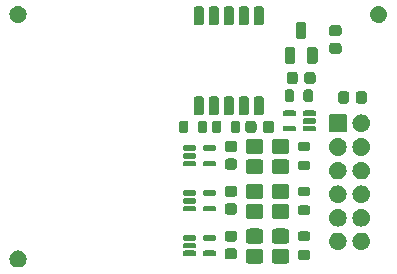
<source format=gts>
G04 #@! TF.GenerationSoftware,KiCad,Pcbnew,8.0.5*
G04 #@! TF.CreationDate,2024-10-22T05:21:46-04:00*
G04 #@! TF.ProjectId,WarpSE-Overclocking-Board,57617270-5345-42d4-9f76-6572636c6f63,1.0*
G04 #@! TF.SameCoordinates,Original*
G04 #@! TF.FileFunction,Soldermask,Top*
G04 #@! TF.FilePolarity,Negative*
%FSLAX46Y46*%
G04 Gerber Fmt 4.6, Leading zero omitted, Abs format (unit mm)*
G04 Created by KiCad (PCBNEW 8.0.5) date 2024-10-22 05:21:46*
%MOMM*%
%LPD*%
G01*
G04 APERTURE LIST*
G04 APERTURE END LIST*
G36*
X76742105Y-127373652D02*
G01*
X76895132Y-127427199D01*
X77032407Y-127513454D01*
X77147046Y-127628093D01*
X77233301Y-127765368D01*
X77286848Y-127918395D01*
X77305000Y-128079500D01*
X77286848Y-128240605D01*
X77233301Y-128393632D01*
X77147046Y-128530907D01*
X77032407Y-128645546D01*
X76895132Y-128731801D01*
X76742105Y-128785348D01*
X76581000Y-128803500D01*
X76419895Y-128785348D01*
X76266868Y-128731801D01*
X76129593Y-128645546D01*
X76014954Y-128530907D01*
X75928699Y-128393632D01*
X75875152Y-128240605D01*
X75857000Y-128079500D01*
X75875152Y-127918395D01*
X75928699Y-127765368D01*
X76014954Y-127628093D01*
X76129593Y-127513454D01*
X76266868Y-127427199D01*
X76419895Y-127373652D01*
X76581000Y-127355500D01*
X76742105Y-127373652D01*
G37*
G36*
X97099868Y-127214550D02*
G01*
X97106095Y-127217594D01*
X97107910Y-127217882D01*
X97136947Y-127232677D01*
X97203377Y-127265153D01*
X97284847Y-127346623D01*
X97317334Y-127413076D01*
X97332117Y-127442089D01*
X97332404Y-127443901D01*
X97335450Y-127450132D01*
X97350000Y-127550000D01*
X97350000Y-128150000D01*
X97335450Y-128249868D01*
X97332403Y-128256098D01*
X97332117Y-128257910D01*
X97317346Y-128286898D01*
X97284847Y-128353377D01*
X97203377Y-128434847D01*
X97136898Y-128467346D01*
X97107910Y-128482117D01*
X97106098Y-128482403D01*
X97099868Y-128485450D01*
X97000000Y-128500000D01*
X96200000Y-128500000D01*
X96100132Y-128485450D01*
X96093901Y-128482404D01*
X96092089Y-128482117D01*
X96063076Y-128467334D01*
X95996623Y-128434847D01*
X95915153Y-128353377D01*
X95882677Y-128286947D01*
X95867882Y-128257910D01*
X95867594Y-128256095D01*
X95864550Y-128249868D01*
X95850000Y-128150000D01*
X95850000Y-127550000D01*
X95864550Y-127450132D01*
X95867594Y-127443904D01*
X95867882Y-127442089D01*
X95882689Y-127413028D01*
X95915153Y-127346623D01*
X95996623Y-127265153D01*
X96063028Y-127232689D01*
X96092089Y-127217882D01*
X96093904Y-127217594D01*
X96100132Y-127214550D01*
X96200000Y-127200000D01*
X97000000Y-127200000D01*
X97099868Y-127214550D01*
G37*
G36*
X99299868Y-127214550D02*
G01*
X99306095Y-127217594D01*
X99307910Y-127217882D01*
X99336947Y-127232677D01*
X99403377Y-127265153D01*
X99484847Y-127346623D01*
X99517334Y-127413076D01*
X99532117Y-127442089D01*
X99532404Y-127443901D01*
X99535450Y-127450132D01*
X99550000Y-127550000D01*
X99550000Y-128150000D01*
X99535450Y-128249868D01*
X99532403Y-128256098D01*
X99532117Y-128257910D01*
X99517346Y-128286898D01*
X99484847Y-128353377D01*
X99403377Y-128434847D01*
X99336898Y-128467346D01*
X99307910Y-128482117D01*
X99306098Y-128482403D01*
X99299868Y-128485450D01*
X99200000Y-128500000D01*
X98400000Y-128500000D01*
X98300132Y-128485450D01*
X98293901Y-128482404D01*
X98292089Y-128482117D01*
X98263076Y-128467334D01*
X98196623Y-128434847D01*
X98115153Y-128353377D01*
X98082677Y-128286947D01*
X98067882Y-128257910D01*
X98067594Y-128256095D01*
X98064550Y-128249868D01*
X98050000Y-128150000D01*
X98050000Y-127550000D01*
X98064550Y-127450132D01*
X98067594Y-127443904D01*
X98067882Y-127442089D01*
X98082689Y-127413028D01*
X98115153Y-127346623D01*
X98196623Y-127265153D01*
X98263028Y-127232689D01*
X98292089Y-127217882D01*
X98293904Y-127217594D01*
X98300132Y-127214550D01*
X98400000Y-127200000D01*
X99200000Y-127200000D01*
X99299868Y-127214550D01*
G37*
G36*
X101105139Y-127351022D02*
G01*
X101149192Y-127356133D01*
X101164243Y-127362778D01*
X101186104Y-127367127D01*
X101209506Y-127382763D01*
X101226531Y-127390281D01*
X101238159Y-127401909D01*
X101259099Y-127415901D01*
X101273090Y-127436840D01*
X101284718Y-127448468D01*
X101292234Y-127465491D01*
X101307873Y-127488896D01*
X101312221Y-127510759D01*
X101318866Y-127525807D01*
X101323975Y-127569850D01*
X101325000Y-127575000D01*
X101325000Y-127925000D01*
X101323975Y-127930151D01*
X101318866Y-127974192D01*
X101312222Y-127989239D01*
X101307873Y-128011104D01*
X101292233Y-128034510D01*
X101284718Y-128051531D01*
X101273092Y-128063156D01*
X101259099Y-128084099D01*
X101238156Y-128098092D01*
X101226531Y-128109718D01*
X101209510Y-128117233D01*
X101186104Y-128132873D01*
X101164239Y-128137222D01*
X101149192Y-128143866D01*
X101105151Y-128148975D01*
X101100000Y-128150000D01*
X100500000Y-128150000D01*
X100494850Y-128148975D01*
X100450807Y-128143866D01*
X100435759Y-128137221D01*
X100413896Y-128132873D01*
X100390491Y-128117234D01*
X100373468Y-128109718D01*
X100361840Y-128098090D01*
X100340901Y-128084099D01*
X100326909Y-128063159D01*
X100315281Y-128051531D01*
X100307763Y-128034506D01*
X100292127Y-128011104D01*
X100287778Y-127989243D01*
X100281133Y-127974192D01*
X100276022Y-127930139D01*
X100275000Y-127925000D01*
X100275000Y-127575000D01*
X100276021Y-127569862D01*
X100281133Y-127525807D01*
X100287779Y-127510754D01*
X100292127Y-127488896D01*
X100307762Y-127465495D01*
X100315281Y-127448468D01*
X100326911Y-127436837D01*
X100340901Y-127415901D01*
X100361837Y-127401911D01*
X100373468Y-127390281D01*
X100390495Y-127382762D01*
X100413896Y-127367127D01*
X100435754Y-127362779D01*
X100450807Y-127356133D01*
X100494862Y-127351021D01*
X100500000Y-127350000D01*
X101100000Y-127350000D01*
X101105139Y-127351022D01*
G37*
G36*
X94870648Y-127176620D02*
G01*
X94928896Y-127184289D01*
X94943549Y-127191122D01*
X94962954Y-127194982D01*
X94988657Y-127212156D01*
X95012500Y-127223274D01*
X95027003Y-127237777D01*
X95048116Y-127251884D01*
X95062222Y-127272996D01*
X95076725Y-127287499D01*
X95087842Y-127311339D01*
X95105018Y-127337046D01*
X95108878Y-127356452D01*
X95115710Y-127371103D01*
X95123376Y-127429338D01*
X95125000Y-127437500D01*
X95125000Y-127862500D01*
X95123376Y-127870663D01*
X95115710Y-127928896D01*
X95108878Y-127943546D01*
X95105018Y-127962954D01*
X95087840Y-127988662D01*
X95076725Y-128012500D01*
X95062224Y-128027000D01*
X95048116Y-128048116D01*
X95027000Y-128062224D01*
X95012500Y-128076725D01*
X94988662Y-128087840D01*
X94962954Y-128105018D01*
X94943546Y-128108878D01*
X94928896Y-128115710D01*
X94870663Y-128123376D01*
X94862500Y-128125000D01*
X94337500Y-128125000D01*
X94329338Y-128123376D01*
X94271103Y-128115710D01*
X94256452Y-128108878D01*
X94237046Y-128105018D01*
X94211339Y-128087842D01*
X94187499Y-128076725D01*
X94172996Y-128062222D01*
X94151884Y-128048116D01*
X94137777Y-128027003D01*
X94123274Y-128012500D01*
X94112156Y-127988657D01*
X94094982Y-127962954D01*
X94091122Y-127943549D01*
X94084289Y-127928896D01*
X94076620Y-127870648D01*
X94075000Y-127862500D01*
X94075000Y-127437500D01*
X94076620Y-127429353D01*
X94084289Y-127371103D01*
X94091122Y-127356448D01*
X94094982Y-127337046D01*
X94112154Y-127311344D01*
X94123274Y-127287499D01*
X94137779Y-127272993D01*
X94151884Y-127251884D01*
X94172993Y-127237779D01*
X94187499Y-127223274D01*
X94211344Y-127212154D01*
X94237046Y-127194982D01*
X94256448Y-127191122D01*
X94271103Y-127184289D01*
X94329353Y-127176620D01*
X94337500Y-127175000D01*
X94862500Y-127175000D01*
X94870648Y-127176620D01*
G37*
G36*
X91553576Y-127370657D02*
G01*
X91598995Y-127401005D01*
X91629343Y-127446424D01*
X91640000Y-127500000D01*
X91640000Y-127700000D01*
X91629343Y-127753576D01*
X91598995Y-127798995D01*
X91553576Y-127829343D01*
X91500000Y-127840000D01*
X90700000Y-127840000D01*
X90646424Y-127829343D01*
X90601005Y-127798995D01*
X90570657Y-127753576D01*
X90560000Y-127700000D01*
X90560000Y-127500000D01*
X90570657Y-127446424D01*
X90601005Y-127401005D01*
X90646424Y-127370657D01*
X90700000Y-127360000D01*
X91500000Y-127360000D01*
X91553576Y-127370657D01*
G37*
G36*
X93253576Y-127370657D02*
G01*
X93298995Y-127401005D01*
X93329343Y-127446424D01*
X93340000Y-127500000D01*
X93340000Y-127700000D01*
X93329343Y-127753576D01*
X93298995Y-127798995D01*
X93253576Y-127829343D01*
X93200000Y-127840000D01*
X92400000Y-127840000D01*
X92346424Y-127829343D01*
X92301005Y-127798995D01*
X92270657Y-127753576D01*
X92260000Y-127700000D01*
X92260000Y-127500000D01*
X92270657Y-127446424D01*
X92301005Y-127401005D01*
X92346424Y-127370657D01*
X92400000Y-127360000D01*
X93200000Y-127360000D01*
X93253576Y-127370657D01*
G37*
G36*
X103817158Y-125867634D02*
G01*
X103975933Y-125923192D01*
X104118366Y-126012688D01*
X104237312Y-126131634D01*
X104326808Y-126274067D01*
X104382366Y-126432842D01*
X104401200Y-126600000D01*
X104382366Y-126767158D01*
X104326808Y-126925933D01*
X104237312Y-127068366D01*
X104118366Y-127187312D01*
X103975933Y-127276808D01*
X103817158Y-127332366D01*
X103650000Y-127351200D01*
X103482842Y-127332366D01*
X103324067Y-127276808D01*
X103181634Y-127187312D01*
X103062688Y-127068366D01*
X102973192Y-126925933D01*
X102917634Y-126767158D01*
X102898800Y-126600000D01*
X102917634Y-126432842D01*
X102973192Y-126274067D01*
X103062688Y-126131634D01*
X103181634Y-126012688D01*
X103324067Y-125923192D01*
X103482842Y-125867634D01*
X103650000Y-125848800D01*
X103817158Y-125867634D01*
G37*
G36*
X105817158Y-125867634D02*
G01*
X105975933Y-125923192D01*
X106118366Y-126012688D01*
X106237312Y-126131634D01*
X106326808Y-126274067D01*
X106382366Y-126432842D01*
X106401200Y-126600000D01*
X106382366Y-126767158D01*
X106326808Y-126925933D01*
X106237312Y-127068366D01*
X106118366Y-127187312D01*
X105975933Y-127276808D01*
X105817158Y-127332366D01*
X105650000Y-127351200D01*
X105482842Y-127332366D01*
X105324067Y-127276808D01*
X105181634Y-127187312D01*
X105062688Y-127068366D01*
X104973192Y-126925933D01*
X104917634Y-126767158D01*
X104898800Y-126600000D01*
X104917634Y-126432842D01*
X104973192Y-126274067D01*
X105062688Y-126131634D01*
X105181634Y-126012688D01*
X105324067Y-125923192D01*
X105482842Y-125867634D01*
X105650000Y-125848800D01*
X105817158Y-125867634D01*
G37*
G36*
X91553576Y-126720657D02*
G01*
X91598995Y-126751005D01*
X91629343Y-126796424D01*
X91640000Y-126850000D01*
X91640000Y-127050000D01*
X91629343Y-127103576D01*
X91598995Y-127148995D01*
X91553576Y-127179343D01*
X91500000Y-127190000D01*
X90700000Y-127190000D01*
X90646424Y-127179343D01*
X90601005Y-127148995D01*
X90570657Y-127103576D01*
X90560000Y-127050000D01*
X90560000Y-126850000D01*
X90570657Y-126796424D01*
X90601005Y-126751005D01*
X90646424Y-126720657D01*
X90700000Y-126710000D01*
X91500000Y-126710000D01*
X91553576Y-126720657D01*
G37*
G36*
X97099868Y-125514550D02*
G01*
X97106095Y-125517594D01*
X97107910Y-125517882D01*
X97136947Y-125532677D01*
X97203377Y-125565153D01*
X97284847Y-125646623D01*
X97317334Y-125713076D01*
X97332117Y-125742089D01*
X97332404Y-125743901D01*
X97335450Y-125750132D01*
X97350000Y-125850000D01*
X97350000Y-126450000D01*
X97335450Y-126549868D01*
X97332403Y-126556098D01*
X97332117Y-126557910D01*
X97317346Y-126586898D01*
X97284847Y-126653377D01*
X97203377Y-126734847D01*
X97136898Y-126767346D01*
X97107910Y-126782117D01*
X97106098Y-126782403D01*
X97099868Y-126785450D01*
X97000000Y-126800000D01*
X96200000Y-126800000D01*
X96100132Y-126785450D01*
X96093901Y-126782404D01*
X96092089Y-126782117D01*
X96063076Y-126767334D01*
X95996623Y-126734847D01*
X95915153Y-126653377D01*
X95882677Y-126586947D01*
X95867882Y-126557910D01*
X95867594Y-126556095D01*
X95864550Y-126549868D01*
X95850000Y-126450000D01*
X95850000Y-125850000D01*
X95864550Y-125750132D01*
X95867594Y-125743904D01*
X95867882Y-125742089D01*
X95882689Y-125713028D01*
X95915153Y-125646623D01*
X95996623Y-125565153D01*
X96063028Y-125532689D01*
X96092089Y-125517882D01*
X96093904Y-125517594D01*
X96100132Y-125514550D01*
X96200000Y-125500000D01*
X97000000Y-125500000D01*
X97099868Y-125514550D01*
G37*
G36*
X99299868Y-125514550D02*
G01*
X99306095Y-125517594D01*
X99307910Y-125517882D01*
X99336947Y-125532677D01*
X99403377Y-125565153D01*
X99484847Y-125646623D01*
X99517334Y-125713076D01*
X99532117Y-125742089D01*
X99532404Y-125743901D01*
X99535450Y-125750132D01*
X99550000Y-125850000D01*
X99550000Y-126450000D01*
X99535450Y-126549868D01*
X99532403Y-126556098D01*
X99532117Y-126557910D01*
X99517346Y-126586898D01*
X99484847Y-126653377D01*
X99403377Y-126734847D01*
X99336898Y-126767346D01*
X99307910Y-126782117D01*
X99306098Y-126782403D01*
X99299868Y-126785450D01*
X99200000Y-126800000D01*
X98400000Y-126800000D01*
X98300132Y-126785450D01*
X98293901Y-126782404D01*
X98292089Y-126782117D01*
X98263076Y-126767334D01*
X98196623Y-126734847D01*
X98115153Y-126653377D01*
X98082677Y-126586947D01*
X98067882Y-126557910D01*
X98067594Y-126556095D01*
X98064550Y-126549868D01*
X98050000Y-126450000D01*
X98050000Y-125850000D01*
X98064550Y-125750132D01*
X98067594Y-125743904D01*
X98067882Y-125742089D01*
X98082689Y-125713028D01*
X98115153Y-125646623D01*
X98196623Y-125565153D01*
X98263028Y-125532689D01*
X98292089Y-125517882D01*
X98293904Y-125517594D01*
X98300132Y-125514550D01*
X98400000Y-125500000D01*
X99200000Y-125500000D01*
X99299868Y-125514550D01*
G37*
G36*
X94870648Y-125676620D02*
G01*
X94928896Y-125684289D01*
X94943549Y-125691122D01*
X94962954Y-125694982D01*
X94988657Y-125712156D01*
X95012500Y-125723274D01*
X95027003Y-125737777D01*
X95048116Y-125751884D01*
X95062222Y-125772996D01*
X95076725Y-125787499D01*
X95087842Y-125811339D01*
X95105018Y-125837046D01*
X95108878Y-125856452D01*
X95115710Y-125871103D01*
X95123376Y-125929338D01*
X95125000Y-125937500D01*
X95125000Y-126362500D01*
X95123376Y-126370663D01*
X95115710Y-126428896D01*
X95108878Y-126443546D01*
X95105018Y-126462954D01*
X95087840Y-126488662D01*
X95076725Y-126512500D01*
X95062224Y-126527000D01*
X95048116Y-126548116D01*
X95027000Y-126562224D01*
X95012500Y-126576725D01*
X94988662Y-126587840D01*
X94962954Y-126605018D01*
X94943546Y-126608878D01*
X94928896Y-126615710D01*
X94870663Y-126623376D01*
X94862500Y-126625000D01*
X94337500Y-126625000D01*
X94329338Y-126623376D01*
X94271103Y-126615710D01*
X94256452Y-126608878D01*
X94237046Y-126605018D01*
X94211339Y-126587842D01*
X94187499Y-126576725D01*
X94172996Y-126562222D01*
X94151884Y-126548116D01*
X94137777Y-126527003D01*
X94123274Y-126512500D01*
X94112156Y-126488657D01*
X94094982Y-126462954D01*
X94091122Y-126443549D01*
X94084289Y-126428896D01*
X94076620Y-126370648D01*
X94075000Y-126362500D01*
X94075000Y-125937500D01*
X94076620Y-125929353D01*
X94084289Y-125871103D01*
X94091122Y-125856448D01*
X94094982Y-125837046D01*
X94112154Y-125811344D01*
X94123274Y-125787499D01*
X94137779Y-125772993D01*
X94151884Y-125751884D01*
X94172993Y-125737779D01*
X94187499Y-125723274D01*
X94211344Y-125712154D01*
X94237046Y-125694982D01*
X94256448Y-125691122D01*
X94271103Y-125684289D01*
X94329353Y-125676620D01*
X94337500Y-125675000D01*
X94862500Y-125675000D01*
X94870648Y-125676620D01*
G37*
G36*
X101105139Y-125751022D02*
G01*
X101149192Y-125756133D01*
X101164243Y-125762778D01*
X101186104Y-125767127D01*
X101209506Y-125782763D01*
X101226531Y-125790281D01*
X101238159Y-125801909D01*
X101259099Y-125815901D01*
X101273090Y-125836840D01*
X101284718Y-125848468D01*
X101292234Y-125865491D01*
X101307873Y-125888896D01*
X101312221Y-125910759D01*
X101318866Y-125925807D01*
X101323975Y-125969850D01*
X101325000Y-125975000D01*
X101325000Y-126325000D01*
X101323975Y-126330151D01*
X101318866Y-126374192D01*
X101312222Y-126389239D01*
X101307873Y-126411104D01*
X101292233Y-126434510D01*
X101284718Y-126451531D01*
X101273092Y-126463156D01*
X101259099Y-126484099D01*
X101238156Y-126498092D01*
X101226531Y-126509718D01*
X101209510Y-126517233D01*
X101186104Y-126532873D01*
X101164239Y-126537222D01*
X101149192Y-126543866D01*
X101105151Y-126548975D01*
X101100000Y-126550000D01*
X100500000Y-126550000D01*
X100494850Y-126548975D01*
X100450807Y-126543866D01*
X100435759Y-126537221D01*
X100413896Y-126532873D01*
X100390491Y-126517234D01*
X100373468Y-126509718D01*
X100361840Y-126498090D01*
X100340901Y-126484099D01*
X100326909Y-126463159D01*
X100315281Y-126451531D01*
X100307763Y-126434506D01*
X100292127Y-126411104D01*
X100287778Y-126389243D01*
X100281133Y-126374192D01*
X100276022Y-126330139D01*
X100275000Y-126325000D01*
X100275000Y-125975000D01*
X100276021Y-125969862D01*
X100281133Y-125925807D01*
X100287779Y-125910754D01*
X100292127Y-125888896D01*
X100307762Y-125865495D01*
X100315281Y-125848468D01*
X100326911Y-125836837D01*
X100340901Y-125815901D01*
X100361837Y-125801911D01*
X100373468Y-125790281D01*
X100390495Y-125782762D01*
X100413896Y-125767127D01*
X100435754Y-125762779D01*
X100450807Y-125756133D01*
X100494862Y-125751021D01*
X100500000Y-125750000D01*
X101100000Y-125750000D01*
X101105139Y-125751022D01*
G37*
G36*
X91553576Y-126070657D02*
G01*
X91598995Y-126101005D01*
X91629343Y-126146424D01*
X91640000Y-126200000D01*
X91640000Y-126400000D01*
X91629343Y-126453576D01*
X91598995Y-126498995D01*
X91553576Y-126529343D01*
X91500000Y-126540000D01*
X90700000Y-126540000D01*
X90646424Y-126529343D01*
X90601005Y-126498995D01*
X90570657Y-126453576D01*
X90560000Y-126400000D01*
X90560000Y-126200000D01*
X90570657Y-126146424D01*
X90601005Y-126101005D01*
X90646424Y-126070657D01*
X90700000Y-126060000D01*
X91500000Y-126060000D01*
X91553576Y-126070657D01*
G37*
G36*
X93253576Y-126070657D02*
G01*
X93298995Y-126101005D01*
X93329343Y-126146424D01*
X93340000Y-126200000D01*
X93340000Y-126400000D01*
X93329343Y-126453576D01*
X93298995Y-126498995D01*
X93253576Y-126529343D01*
X93200000Y-126540000D01*
X92400000Y-126540000D01*
X92346424Y-126529343D01*
X92301005Y-126498995D01*
X92270657Y-126453576D01*
X92260000Y-126400000D01*
X92260000Y-126200000D01*
X92270657Y-126146424D01*
X92301005Y-126101005D01*
X92346424Y-126070657D01*
X92400000Y-126060000D01*
X93200000Y-126060000D01*
X93253576Y-126070657D01*
G37*
G36*
X103817158Y-123867634D02*
G01*
X103975933Y-123923192D01*
X104118366Y-124012688D01*
X104237312Y-124131634D01*
X104326808Y-124274067D01*
X104382366Y-124432842D01*
X104401200Y-124600000D01*
X104382366Y-124767158D01*
X104326808Y-124925933D01*
X104237312Y-125068366D01*
X104118366Y-125187312D01*
X103975933Y-125276808D01*
X103817158Y-125332366D01*
X103650000Y-125351200D01*
X103482842Y-125332366D01*
X103324067Y-125276808D01*
X103181634Y-125187312D01*
X103062688Y-125068366D01*
X102973192Y-124925933D01*
X102917634Y-124767158D01*
X102898800Y-124600000D01*
X102917634Y-124432842D01*
X102973192Y-124274067D01*
X103062688Y-124131634D01*
X103181634Y-124012688D01*
X103324067Y-123923192D01*
X103482842Y-123867634D01*
X103650000Y-123848800D01*
X103817158Y-123867634D01*
G37*
G36*
X105817158Y-123867634D02*
G01*
X105975933Y-123923192D01*
X106118366Y-124012688D01*
X106237312Y-124131634D01*
X106326808Y-124274067D01*
X106382366Y-124432842D01*
X106401200Y-124600000D01*
X106382366Y-124767158D01*
X106326808Y-124925933D01*
X106237312Y-125068366D01*
X106118366Y-125187312D01*
X105975933Y-125276808D01*
X105817158Y-125332366D01*
X105650000Y-125351200D01*
X105482842Y-125332366D01*
X105324067Y-125276808D01*
X105181634Y-125187312D01*
X105062688Y-125068366D01*
X104973192Y-124925933D01*
X104917634Y-124767158D01*
X104898800Y-124600000D01*
X104917634Y-124432842D01*
X104973192Y-124274067D01*
X105062688Y-124131634D01*
X105181634Y-124012688D01*
X105324067Y-123923192D01*
X105482842Y-123867634D01*
X105650000Y-123848800D01*
X105817158Y-123867634D01*
G37*
G36*
X97099868Y-123414550D02*
G01*
X97106095Y-123417594D01*
X97107910Y-123417882D01*
X97136947Y-123432677D01*
X97203377Y-123465153D01*
X97284847Y-123546623D01*
X97317334Y-123613076D01*
X97332117Y-123642089D01*
X97332404Y-123643901D01*
X97335450Y-123650132D01*
X97350000Y-123750000D01*
X97350000Y-124350000D01*
X97335450Y-124449868D01*
X97332403Y-124456098D01*
X97332117Y-124457910D01*
X97317346Y-124486898D01*
X97284847Y-124553377D01*
X97203377Y-124634847D01*
X97136898Y-124667346D01*
X97107910Y-124682117D01*
X97106098Y-124682403D01*
X97099868Y-124685450D01*
X97000000Y-124700000D01*
X96200000Y-124700000D01*
X96100132Y-124685450D01*
X96093901Y-124682404D01*
X96092089Y-124682117D01*
X96063076Y-124667334D01*
X95996623Y-124634847D01*
X95915153Y-124553377D01*
X95882677Y-124486947D01*
X95867882Y-124457910D01*
X95867594Y-124456095D01*
X95864550Y-124449868D01*
X95850000Y-124350000D01*
X95850000Y-123750000D01*
X95864550Y-123650132D01*
X95867594Y-123643904D01*
X95867882Y-123642089D01*
X95882689Y-123613028D01*
X95915153Y-123546623D01*
X95996623Y-123465153D01*
X96063028Y-123432689D01*
X96092089Y-123417882D01*
X96093904Y-123417594D01*
X96100132Y-123414550D01*
X96200000Y-123400000D01*
X97000000Y-123400000D01*
X97099868Y-123414550D01*
G37*
G36*
X99299868Y-123414550D02*
G01*
X99306095Y-123417594D01*
X99307910Y-123417882D01*
X99336947Y-123432677D01*
X99403377Y-123465153D01*
X99484847Y-123546623D01*
X99517334Y-123613076D01*
X99532117Y-123642089D01*
X99532404Y-123643901D01*
X99535450Y-123650132D01*
X99550000Y-123750000D01*
X99550000Y-124350000D01*
X99535450Y-124449868D01*
X99532403Y-124456098D01*
X99532117Y-124457910D01*
X99517346Y-124486898D01*
X99484847Y-124553377D01*
X99403377Y-124634847D01*
X99336898Y-124667346D01*
X99307910Y-124682117D01*
X99306098Y-124682403D01*
X99299868Y-124685450D01*
X99200000Y-124700000D01*
X98400000Y-124700000D01*
X98300132Y-124685450D01*
X98293901Y-124682404D01*
X98292089Y-124682117D01*
X98263076Y-124667334D01*
X98196623Y-124634847D01*
X98115153Y-124553377D01*
X98082677Y-124486947D01*
X98067882Y-124457910D01*
X98067594Y-124456095D01*
X98064550Y-124449868D01*
X98050000Y-124350000D01*
X98050000Y-123750000D01*
X98064550Y-123650132D01*
X98067594Y-123643904D01*
X98067882Y-123642089D01*
X98082689Y-123613028D01*
X98115153Y-123546623D01*
X98196623Y-123465153D01*
X98263028Y-123432689D01*
X98292089Y-123417882D01*
X98293904Y-123417594D01*
X98300132Y-123414550D01*
X98400000Y-123400000D01*
X99200000Y-123400000D01*
X99299868Y-123414550D01*
G37*
G36*
X101105139Y-123551022D02*
G01*
X101149192Y-123556133D01*
X101164243Y-123562778D01*
X101186104Y-123567127D01*
X101209506Y-123582763D01*
X101226531Y-123590281D01*
X101238159Y-123601909D01*
X101259099Y-123615901D01*
X101273090Y-123636840D01*
X101284718Y-123648468D01*
X101292234Y-123665491D01*
X101307873Y-123688896D01*
X101312221Y-123710759D01*
X101318866Y-123725807D01*
X101323975Y-123769850D01*
X101325000Y-123775000D01*
X101325000Y-124125000D01*
X101323975Y-124130151D01*
X101318866Y-124174192D01*
X101312222Y-124189239D01*
X101307873Y-124211104D01*
X101292233Y-124234510D01*
X101284718Y-124251531D01*
X101273092Y-124263156D01*
X101259099Y-124284099D01*
X101238156Y-124298092D01*
X101226531Y-124309718D01*
X101209510Y-124317233D01*
X101186104Y-124332873D01*
X101164239Y-124337222D01*
X101149192Y-124343866D01*
X101105151Y-124348975D01*
X101100000Y-124350000D01*
X100500000Y-124350000D01*
X100494850Y-124348975D01*
X100450807Y-124343866D01*
X100435759Y-124337221D01*
X100413896Y-124332873D01*
X100390491Y-124317234D01*
X100373468Y-124309718D01*
X100361840Y-124298090D01*
X100340901Y-124284099D01*
X100326909Y-124263159D01*
X100315281Y-124251531D01*
X100307763Y-124234506D01*
X100292127Y-124211104D01*
X100287778Y-124189243D01*
X100281133Y-124174192D01*
X100276022Y-124130139D01*
X100275000Y-124125000D01*
X100275000Y-123775000D01*
X100276021Y-123769862D01*
X100281133Y-123725807D01*
X100287779Y-123710754D01*
X100292127Y-123688896D01*
X100307762Y-123665495D01*
X100315281Y-123648468D01*
X100326911Y-123636837D01*
X100340901Y-123615901D01*
X100361837Y-123601911D01*
X100373468Y-123590281D01*
X100390495Y-123582762D01*
X100413896Y-123567127D01*
X100435754Y-123562779D01*
X100450807Y-123556133D01*
X100494862Y-123551021D01*
X100500000Y-123550000D01*
X101100000Y-123550000D01*
X101105139Y-123551022D01*
G37*
G36*
X94870648Y-123376620D02*
G01*
X94928896Y-123384289D01*
X94943549Y-123391122D01*
X94962954Y-123394982D01*
X94988657Y-123412156D01*
X95012500Y-123423274D01*
X95027003Y-123437777D01*
X95048116Y-123451884D01*
X95062222Y-123472996D01*
X95076725Y-123487499D01*
X95087842Y-123511339D01*
X95105018Y-123537046D01*
X95108878Y-123556452D01*
X95115710Y-123571103D01*
X95123376Y-123629338D01*
X95125000Y-123637500D01*
X95125000Y-124062500D01*
X95123376Y-124070663D01*
X95115710Y-124128896D01*
X95108878Y-124143546D01*
X95105018Y-124162954D01*
X95087840Y-124188662D01*
X95076725Y-124212500D01*
X95062224Y-124227000D01*
X95048116Y-124248116D01*
X95027000Y-124262224D01*
X95012500Y-124276725D01*
X94988662Y-124287840D01*
X94962954Y-124305018D01*
X94943546Y-124308878D01*
X94928896Y-124315710D01*
X94870663Y-124323376D01*
X94862500Y-124325000D01*
X94337500Y-124325000D01*
X94329338Y-124323376D01*
X94271103Y-124315710D01*
X94256452Y-124308878D01*
X94237046Y-124305018D01*
X94211339Y-124287842D01*
X94187499Y-124276725D01*
X94172996Y-124262222D01*
X94151884Y-124248116D01*
X94137777Y-124227003D01*
X94123274Y-124212500D01*
X94112156Y-124188657D01*
X94094982Y-124162954D01*
X94091122Y-124143549D01*
X94084289Y-124128896D01*
X94076620Y-124070648D01*
X94075000Y-124062500D01*
X94075000Y-123637500D01*
X94076620Y-123629353D01*
X94084289Y-123571103D01*
X94091122Y-123556448D01*
X94094982Y-123537046D01*
X94112154Y-123511344D01*
X94123274Y-123487499D01*
X94137779Y-123472993D01*
X94151884Y-123451884D01*
X94172993Y-123437779D01*
X94187499Y-123423274D01*
X94211344Y-123412154D01*
X94237046Y-123394982D01*
X94256448Y-123391122D01*
X94271103Y-123384289D01*
X94329353Y-123376620D01*
X94337500Y-123375000D01*
X94862500Y-123375000D01*
X94870648Y-123376620D01*
G37*
G36*
X91553576Y-123570657D02*
G01*
X91598995Y-123601005D01*
X91629343Y-123646424D01*
X91640000Y-123700000D01*
X91640000Y-123900000D01*
X91629343Y-123953576D01*
X91598995Y-123998995D01*
X91553576Y-124029343D01*
X91500000Y-124040000D01*
X90700000Y-124040000D01*
X90646424Y-124029343D01*
X90601005Y-123998995D01*
X90570657Y-123953576D01*
X90560000Y-123900000D01*
X90560000Y-123700000D01*
X90570657Y-123646424D01*
X90601005Y-123601005D01*
X90646424Y-123570657D01*
X90700000Y-123560000D01*
X91500000Y-123560000D01*
X91553576Y-123570657D01*
G37*
G36*
X93253576Y-123570657D02*
G01*
X93298995Y-123601005D01*
X93329343Y-123646424D01*
X93340000Y-123700000D01*
X93340000Y-123900000D01*
X93329343Y-123953576D01*
X93298995Y-123998995D01*
X93253576Y-124029343D01*
X93200000Y-124040000D01*
X92400000Y-124040000D01*
X92346424Y-124029343D01*
X92301005Y-123998995D01*
X92270657Y-123953576D01*
X92260000Y-123900000D01*
X92260000Y-123700000D01*
X92270657Y-123646424D01*
X92301005Y-123601005D01*
X92346424Y-123570657D01*
X92400000Y-123560000D01*
X93200000Y-123560000D01*
X93253576Y-123570657D01*
G37*
G36*
X91553576Y-122920657D02*
G01*
X91598995Y-122951005D01*
X91629343Y-122996424D01*
X91640000Y-123050000D01*
X91640000Y-123250000D01*
X91629343Y-123303576D01*
X91598995Y-123348995D01*
X91553576Y-123379343D01*
X91500000Y-123390000D01*
X90700000Y-123390000D01*
X90646424Y-123379343D01*
X90601005Y-123348995D01*
X90570657Y-123303576D01*
X90560000Y-123250000D01*
X90560000Y-123050000D01*
X90570657Y-122996424D01*
X90601005Y-122951005D01*
X90646424Y-122920657D01*
X90700000Y-122910000D01*
X91500000Y-122910000D01*
X91553576Y-122920657D01*
G37*
G36*
X103817158Y-121867634D02*
G01*
X103975933Y-121923192D01*
X104118366Y-122012688D01*
X104237312Y-122131634D01*
X104326808Y-122274067D01*
X104382366Y-122432842D01*
X104401200Y-122600000D01*
X104382366Y-122767158D01*
X104326808Y-122925933D01*
X104237312Y-123068366D01*
X104118366Y-123187312D01*
X103975933Y-123276808D01*
X103817158Y-123332366D01*
X103650000Y-123351200D01*
X103482842Y-123332366D01*
X103324067Y-123276808D01*
X103181634Y-123187312D01*
X103062688Y-123068366D01*
X102973192Y-122925933D01*
X102917634Y-122767158D01*
X102898800Y-122600000D01*
X102917634Y-122432842D01*
X102973192Y-122274067D01*
X103062688Y-122131634D01*
X103181634Y-122012688D01*
X103324067Y-121923192D01*
X103482842Y-121867634D01*
X103650000Y-121848800D01*
X103817158Y-121867634D01*
G37*
G36*
X105817158Y-121867634D02*
G01*
X105975933Y-121923192D01*
X106118366Y-122012688D01*
X106237312Y-122131634D01*
X106326808Y-122274067D01*
X106382366Y-122432842D01*
X106401200Y-122600000D01*
X106382366Y-122767158D01*
X106326808Y-122925933D01*
X106237312Y-123068366D01*
X106118366Y-123187312D01*
X105975933Y-123276808D01*
X105817158Y-123332366D01*
X105650000Y-123351200D01*
X105482842Y-123332366D01*
X105324067Y-123276808D01*
X105181634Y-123187312D01*
X105062688Y-123068366D01*
X104973192Y-122925933D01*
X104917634Y-122767158D01*
X104898800Y-122600000D01*
X104917634Y-122432842D01*
X104973192Y-122274067D01*
X105062688Y-122131634D01*
X105181634Y-122012688D01*
X105324067Y-121923192D01*
X105482842Y-121867634D01*
X105650000Y-121848800D01*
X105817158Y-121867634D01*
G37*
G36*
X97099868Y-121714550D02*
G01*
X97106095Y-121717594D01*
X97107910Y-121717882D01*
X97136947Y-121732677D01*
X97203377Y-121765153D01*
X97284847Y-121846623D01*
X97317334Y-121913076D01*
X97332117Y-121942089D01*
X97332404Y-121943901D01*
X97335450Y-121950132D01*
X97350000Y-122050000D01*
X97350000Y-122650000D01*
X97335450Y-122749868D01*
X97332403Y-122756098D01*
X97332117Y-122757910D01*
X97317346Y-122786898D01*
X97284847Y-122853377D01*
X97203377Y-122934847D01*
X97136898Y-122967346D01*
X97107910Y-122982117D01*
X97106098Y-122982403D01*
X97099868Y-122985450D01*
X97000000Y-123000000D01*
X96200000Y-123000000D01*
X96100132Y-122985450D01*
X96093901Y-122982404D01*
X96092089Y-122982117D01*
X96063076Y-122967334D01*
X95996623Y-122934847D01*
X95915153Y-122853377D01*
X95882677Y-122786947D01*
X95867882Y-122757910D01*
X95867594Y-122756095D01*
X95864550Y-122749868D01*
X95850000Y-122650000D01*
X95850000Y-122050000D01*
X95864550Y-121950132D01*
X95867594Y-121943904D01*
X95867882Y-121942089D01*
X95882689Y-121913028D01*
X95915153Y-121846623D01*
X95996623Y-121765153D01*
X96063028Y-121732689D01*
X96092089Y-121717882D01*
X96093904Y-121717594D01*
X96100132Y-121714550D01*
X96200000Y-121700000D01*
X97000000Y-121700000D01*
X97099868Y-121714550D01*
G37*
G36*
X99299868Y-121714550D02*
G01*
X99306095Y-121717594D01*
X99307910Y-121717882D01*
X99336947Y-121732677D01*
X99403377Y-121765153D01*
X99484847Y-121846623D01*
X99517334Y-121913076D01*
X99532117Y-121942089D01*
X99532404Y-121943901D01*
X99535450Y-121950132D01*
X99550000Y-122050000D01*
X99550000Y-122650000D01*
X99535450Y-122749868D01*
X99532403Y-122756098D01*
X99532117Y-122757910D01*
X99517346Y-122786898D01*
X99484847Y-122853377D01*
X99403377Y-122934847D01*
X99336898Y-122967346D01*
X99307910Y-122982117D01*
X99306098Y-122982403D01*
X99299868Y-122985450D01*
X99200000Y-123000000D01*
X98400000Y-123000000D01*
X98300132Y-122985450D01*
X98293901Y-122982404D01*
X98292089Y-122982117D01*
X98263076Y-122967334D01*
X98196623Y-122934847D01*
X98115153Y-122853377D01*
X98082677Y-122786947D01*
X98067882Y-122757910D01*
X98067594Y-122756095D01*
X98064550Y-122749868D01*
X98050000Y-122650000D01*
X98050000Y-122050000D01*
X98064550Y-121950132D01*
X98067594Y-121943904D01*
X98067882Y-121942089D01*
X98082689Y-121913028D01*
X98115153Y-121846623D01*
X98196623Y-121765153D01*
X98263028Y-121732689D01*
X98292089Y-121717882D01*
X98293904Y-121717594D01*
X98300132Y-121714550D01*
X98400000Y-121700000D01*
X99200000Y-121700000D01*
X99299868Y-121714550D01*
G37*
G36*
X94870648Y-121876620D02*
G01*
X94928896Y-121884289D01*
X94943549Y-121891122D01*
X94962954Y-121894982D01*
X94988657Y-121912156D01*
X95012500Y-121923274D01*
X95027003Y-121937777D01*
X95048116Y-121951884D01*
X95062222Y-121972996D01*
X95076725Y-121987499D01*
X95087842Y-122011339D01*
X95105018Y-122037046D01*
X95108878Y-122056452D01*
X95115710Y-122071103D01*
X95123376Y-122129338D01*
X95125000Y-122137500D01*
X95125000Y-122562500D01*
X95123376Y-122570663D01*
X95115710Y-122628896D01*
X95108878Y-122643546D01*
X95105018Y-122662954D01*
X95087840Y-122688662D01*
X95076725Y-122712500D01*
X95062224Y-122727000D01*
X95048116Y-122748116D01*
X95027000Y-122762224D01*
X95012500Y-122776725D01*
X94988662Y-122787840D01*
X94962954Y-122805018D01*
X94943546Y-122808878D01*
X94928896Y-122815710D01*
X94870663Y-122823376D01*
X94862500Y-122825000D01*
X94337500Y-122825000D01*
X94329338Y-122823376D01*
X94271103Y-122815710D01*
X94256452Y-122808878D01*
X94237046Y-122805018D01*
X94211339Y-122787842D01*
X94187499Y-122776725D01*
X94172996Y-122762222D01*
X94151884Y-122748116D01*
X94137777Y-122727003D01*
X94123274Y-122712500D01*
X94112156Y-122688657D01*
X94094982Y-122662954D01*
X94091122Y-122643549D01*
X94084289Y-122628896D01*
X94076620Y-122570648D01*
X94075000Y-122562500D01*
X94075000Y-122137500D01*
X94076620Y-122129353D01*
X94084289Y-122071103D01*
X94091122Y-122056448D01*
X94094982Y-122037046D01*
X94112154Y-122011344D01*
X94123274Y-121987499D01*
X94137779Y-121972993D01*
X94151884Y-121951884D01*
X94172993Y-121937779D01*
X94187499Y-121923274D01*
X94211344Y-121912154D01*
X94237046Y-121894982D01*
X94256448Y-121891122D01*
X94271103Y-121884289D01*
X94329353Y-121876620D01*
X94337500Y-121875000D01*
X94862500Y-121875000D01*
X94870648Y-121876620D01*
G37*
G36*
X101105139Y-121951022D02*
G01*
X101149192Y-121956133D01*
X101164243Y-121962778D01*
X101186104Y-121967127D01*
X101209506Y-121982763D01*
X101226531Y-121990281D01*
X101238159Y-122001909D01*
X101259099Y-122015901D01*
X101273090Y-122036840D01*
X101284718Y-122048468D01*
X101292234Y-122065491D01*
X101307873Y-122088896D01*
X101312221Y-122110759D01*
X101318866Y-122125807D01*
X101323975Y-122169850D01*
X101325000Y-122175000D01*
X101325000Y-122525000D01*
X101323975Y-122530151D01*
X101318866Y-122574192D01*
X101312222Y-122589239D01*
X101307873Y-122611104D01*
X101292233Y-122634510D01*
X101284718Y-122651531D01*
X101273092Y-122663156D01*
X101259099Y-122684099D01*
X101238156Y-122698092D01*
X101226531Y-122709718D01*
X101209510Y-122717233D01*
X101186104Y-122732873D01*
X101164239Y-122737222D01*
X101149192Y-122743866D01*
X101105151Y-122748975D01*
X101100000Y-122750000D01*
X100500000Y-122750000D01*
X100494850Y-122748975D01*
X100450807Y-122743866D01*
X100435759Y-122737221D01*
X100413896Y-122732873D01*
X100390491Y-122717234D01*
X100373468Y-122709718D01*
X100361840Y-122698090D01*
X100340901Y-122684099D01*
X100326909Y-122663159D01*
X100315281Y-122651531D01*
X100307763Y-122634506D01*
X100292127Y-122611104D01*
X100287778Y-122589243D01*
X100281133Y-122574192D01*
X100276022Y-122530139D01*
X100275000Y-122525000D01*
X100275000Y-122175000D01*
X100276021Y-122169862D01*
X100281133Y-122125807D01*
X100287779Y-122110754D01*
X100292127Y-122088896D01*
X100307762Y-122065495D01*
X100315281Y-122048468D01*
X100326911Y-122036837D01*
X100340901Y-122015901D01*
X100361837Y-122001911D01*
X100373468Y-121990281D01*
X100390495Y-121982762D01*
X100413896Y-121967127D01*
X100435754Y-121962779D01*
X100450807Y-121956133D01*
X100494862Y-121951021D01*
X100500000Y-121950000D01*
X101100000Y-121950000D01*
X101105139Y-121951022D01*
G37*
G36*
X91553576Y-122270657D02*
G01*
X91598995Y-122301005D01*
X91629343Y-122346424D01*
X91640000Y-122400000D01*
X91640000Y-122600000D01*
X91629343Y-122653576D01*
X91598995Y-122698995D01*
X91553576Y-122729343D01*
X91500000Y-122740000D01*
X90700000Y-122740000D01*
X90646424Y-122729343D01*
X90601005Y-122698995D01*
X90570657Y-122653576D01*
X90560000Y-122600000D01*
X90560000Y-122400000D01*
X90570657Y-122346424D01*
X90601005Y-122301005D01*
X90646424Y-122270657D01*
X90700000Y-122260000D01*
X91500000Y-122260000D01*
X91553576Y-122270657D01*
G37*
G36*
X93253576Y-122270657D02*
G01*
X93298995Y-122301005D01*
X93329343Y-122346424D01*
X93340000Y-122400000D01*
X93340000Y-122600000D01*
X93329343Y-122653576D01*
X93298995Y-122698995D01*
X93253576Y-122729343D01*
X93200000Y-122740000D01*
X92400000Y-122740000D01*
X92346424Y-122729343D01*
X92301005Y-122698995D01*
X92270657Y-122653576D01*
X92260000Y-122600000D01*
X92260000Y-122400000D01*
X92270657Y-122346424D01*
X92301005Y-122301005D01*
X92346424Y-122270657D01*
X92400000Y-122260000D01*
X93200000Y-122260000D01*
X93253576Y-122270657D01*
G37*
G36*
X103817158Y-119867634D02*
G01*
X103975933Y-119923192D01*
X104118366Y-120012688D01*
X104237312Y-120131634D01*
X104326808Y-120274067D01*
X104382366Y-120432842D01*
X104401200Y-120600000D01*
X104382366Y-120767158D01*
X104326808Y-120925933D01*
X104237312Y-121068366D01*
X104118366Y-121187312D01*
X103975933Y-121276808D01*
X103817158Y-121332366D01*
X103650000Y-121351200D01*
X103482842Y-121332366D01*
X103324067Y-121276808D01*
X103181634Y-121187312D01*
X103062688Y-121068366D01*
X102973192Y-120925933D01*
X102917634Y-120767158D01*
X102898800Y-120600000D01*
X102917634Y-120432842D01*
X102973192Y-120274067D01*
X103062688Y-120131634D01*
X103181634Y-120012688D01*
X103324067Y-119923192D01*
X103482842Y-119867634D01*
X103650000Y-119848800D01*
X103817158Y-119867634D01*
G37*
G36*
X105817158Y-119867634D02*
G01*
X105975933Y-119923192D01*
X106118366Y-120012688D01*
X106237312Y-120131634D01*
X106326808Y-120274067D01*
X106382366Y-120432842D01*
X106401200Y-120600000D01*
X106382366Y-120767158D01*
X106326808Y-120925933D01*
X106237312Y-121068366D01*
X106118366Y-121187312D01*
X105975933Y-121276808D01*
X105817158Y-121332366D01*
X105650000Y-121351200D01*
X105482842Y-121332366D01*
X105324067Y-121276808D01*
X105181634Y-121187312D01*
X105062688Y-121068366D01*
X104973192Y-120925933D01*
X104917634Y-120767158D01*
X104898800Y-120600000D01*
X104917634Y-120432842D01*
X104973192Y-120274067D01*
X105062688Y-120131634D01*
X105181634Y-120012688D01*
X105324067Y-119923192D01*
X105482842Y-119867634D01*
X105650000Y-119848800D01*
X105817158Y-119867634D01*
G37*
G36*
X97099868Y-119614550D02*
G01*
X97106095Y-119617594D01*
X97107910Y-119617882D01*
X97136947Y-119632677D01*
X97203377Y-119665153D01*
X97284847Y-119746623D01*
X97317334Y-119813076D01*
X97332117Y-119842089D01*
X97332404Y-119843901D01*
X97335450Y-119850132D01*
X97350000Y-119950000D01*
X97350000Y-120550000D01*
X97335450Y-120649868D01*
X97332403Y-120656098D01*
X97332117Y-120657910D01*
X97317346Y-120686898D01*
X97284847Y-120753377D01*
X97203377Y-120834847D01*
X97136898Y-120867346D01*
X97107910Y-120882117D01*
X97106098Y-120882403D01*
X97099868Y-120885450D01*
X97000000Y-120900000D01*
X96200000Y-120900000D01*
X96100132Y-120885450D01*
X96093901Y-120882404D01*
X96092089Y-120882117D01*
X96063076Y-120867334D01*
X95996623Y-120834847D01*
X95915153Y-120753377D01*
X95882677Y-120686947D01*
X95867882Y-120657910D01*
X95867594Y-120656095D01*
X95864550Y-120649868D01*
X95850000Y-120550000D01*
X95850000Y-119950000D01*
X95864550Y-119850132D01*
X95867594Y-119843904D01*
X95867882Y-119842089D01*
X95882689Y-119813028D01*
X95915153Y-119746623D01*
X95996623Y-119665153D01*
X96063028Y-119632689D01*
X96092089Y-119617882D01*
X96093904Y-119617594D01*
X96100132Y-119614550D01*
X96200000Y-119600000D01*
X97000000Y-119600000D01*
X97099868Y-119614550D01*
G37*
G36*
X99299868Y-119614550D02*
G01*
X99306095Y-119617594D01*
X99307910Y-119617882D01*
X99336947Y-119632677D01*
X99403377Y-119665153D01*
X99484847Y-119746623D01*
X99517334Y-119813076D01*
X99532117Y-119842089D01*
X99532404Y-119843901D01*
X99535450Y-119850132D01*
X99550000Y-119950000D01*
X99550000Y-120550000D01*
X99535450Y-120649868D01*
X99532403Y-120656098D01*
X99532117Y-120657910D01*
X99517346Y-120686898D01*
X99484847Y-120753377D01*
X99403377Y-120834847D01*
X99336898Y-120867346D01*
X99307910Y-120882117D01*
X99306098Y-120882403D01*
X99299868Y-120885450D01*
X99200000Y-120900000D01*
X98400000Y-120900000D01*
X98300132Y-120885450D01*
X98293901Y-120882404D01*
X98292089Y-120882117D01*
X98263076Y-120867334D01*
X98196623Y-120834847D01*
X98115153Y-120753377D01*
X98082677Y-120686947D01*
X98067882Y-120657910D01*
X98067594Y-120656095D01*
X98064550Y-120649868D01*
X98050000Y-120550000D01*
X98050000Y-119950000D01*
X98064550Y-119850132D01*
X98067594Y-119843904D01*
X98067882Y-119842089D01*
X98082689Y-119813028D01*
X98115153Y-119746623D01*
X98196623Y-119665153D01*
X98263028Y-119632689D01*
X98292089Y-119617882D01*
X98293904Y-119617594D01*
X98300132Y-119614550D01*
X98400000Y-119600000D01*
X99200000Y-119600000D01*
X99299868Y-119614550D01*
G37*
G36*
X101105139Y-119751022D02*
G01*
X101149192Y-119756133D01*
X101164243Y-119762778D01*
X101186104Y-119767127D01*
X101209506Y-119782763D01*
X101226531Y-119790281D01*
X101238159Y-119801909D01*
X101259099Y-119815901D01*
X101273090Y-119836840D01*
X101284718Y-119848468D01*
X101292234Y-119865491D01*
X101307873Y-119888896D01*
X101312221Y-119910759D01*
X101318866Y-119925807D01*
X101323975Y-119969850D01*
X101325000Y-119975000D01*
X101325000Y-120325000D01*
X101323975Y-120330151D01*
X101318866Y-120374192D01*
X101312222Y-120389239D01*
X101307873Y-120411104D01*
X101292233Y-120434510D01*
X101284718Y-120451531D01*
X101273092Y-120463156D01*
X101259099Y-120484099D01*
X101238156Y-120498092D01*
X101226531Y-120509718D01*
X101209510Y-120517233D01*
X101186104Y-120532873D01*
X101164239Y-120537222D01*
X101149192Y-120543866D01*
X101105151Y-120548975D01*
X101100000Y-120550000D01*
X100500000Y-120550000D01*
X100494850Y-120548975D01*
X100450807Y-120543866D01*
X100435759Y-120537221D01*
X100413896Y-120532873D01*
X100390491Y-120517234D01*
X100373468Y-120509718D01*
X100361840Y-120498090D01*
X100340901Y-120484099D01*
X100326909Y-120463159D01*
X100315281Y-120451531D01*
X100307763Y-120434506D01*
X100292127Y-120411104D01*
X100287778Y-120389243D01*
X100281133Y-120374192D01*
X100276022Y-120330139D01*
X100275000Y-120325000D01*
X100275000Y-119975000D01*
X100276021Y-119969862D01*
X100281133Y-119925807D01*
X100287779Y-119910754D01*
X100292127Y-119888896D01*
X100307762Y-119865495D01*
X100315281Y-119848468D01*
X100326911Y-119836837D01*
X100340901Y-119815901D01*
X100361837Y-119801911D01*
X100373468Y-119790281D01*
X100390495Y-119782762D01*
X100413896Y-119767127D01*
X100435754Y-119762779D01*
X100450807Y-119756133D01*
X100494862Y-119751021D01*
X100500000Y-119750000D01*
X101100000Y-119750000D01*
X101105139Y-119751022D01*
G37*
G36*
X94870648Y-119576620D02*
G01*
X94928896Y-119584289D01*
X94943549Y-119591122D01*
X94962954Y-119594982D01*
X94988657Y-119612156D01*
X95012500Y-119623274D01*
X95027003Y-119637777D01*
X95048116Y-119651884D01*
X95062222Y-119672996D01*
X95076725Y-119687499D01*
X95087842Y-119711339D01*
X95105018Y-119737046D01*
X95108878Y-119756452D01*
X95115710Y-119771103D01*
X95123376Y-119829338D01*
X95125000Y-119837500D01*
X95125000Y-120262500D01*
X95123376Y-120270663D01*
X95115710Y-120328896D01*
X95108878Y-120343546D01*
X95105018Y-120362954D01*
X95087840Y-120388662D01*
X95076725Y-120412500D01*
X95062224Y-120427000D01*
X95048116Y-120448116D01*
X95027000Y-120462224D01*
X95012500Y-120476725D01*
X94988662Y-120487840D01*
X94962954Y-120505018D01*
X94943546Y-120508878D01*
X94928896Y-120515710D01*
X94870663Y-120523376D01*
X94862500Y-120525000D01*
X94337500Y-120525000D01*
X94329338Y-120523376D01*
X94271103Y-120515710D01*
X94256452Y-120508878D01*
X94237046Y-120505018D01*
X94211339Y-120487842D01*
X94187499Y-120476725D01*
X94172996Y-120462222D01*
X94151884Y-120448116D01*
X94137777Y-120427003D01*
X94123274Y-120412500D01*
X94112156Y-120388657D01*
X94094982Y-120362954D01*
X94091122Y-120343549D01*
X94084289Y-120328896D01*
X94076620Y-120270648D01*
X94075000Y-120262500D01*
X94075000Y-119837500D01*
X94076620Y-119829353D01*
X94084289Y-119771103D01*
X94091122Y-119756448D01*
X94094982Y-119737046D01*
X94112154Y-119711344D01*
X94123274Y-119687499D01*
X94137779Y-119672993D01*
X94151884Y-119651884D01*
X94172993Y-119637779D01*
X94187499Y-119623274D01*
X94211344Y-119612154D01*
X94237046Y-119594982D01*
X94256448Y-119591122D01*
X94271103Y-119584289D01*
X94329353Y-119576620D01*
X94337500Y-119575000D01*
X94862500Y-119575000D01*
X94870648Y-119576620D01*
G37*
G36*
X91553576Y-119770657D02*
G01*
X91598995Y-119801005D01*
X91629343Y-119846424D01*
X91640000Y-119900000D01*
X91640000Y-120100000D01*
X91629343Y-120153576D01*
X91598995Y-120198995D01*
X91553576Y-120229343D01*
X91500000Y-120240000D01*
X90700000Y-120240000D01*
X90646424Y-120229343D01*
X90601005Y-120198995D01*
X90570657Y-120153576D01*
X90560000Y-120100000D01*
X90560000Y-119900000D01*
X90570657Y-119846424D01*
X90601005Y-119801005D01*
X90646424Y-119770657D01*
X90700000Y-119760000D01*
X91500000Y-119760000D01*
X91553576Y-119770657D01*
G37*
G36*
X93253576Y-119770657D02*
G01*
X93298995Y-119801005D01*
X93329343Y-119846424D01*
X93340000Y-119900000D01*
X93340000Y-120100000D01*
X93329343Y-120153576D01*
X93298995Y-120198995D01*
X93253576Y-120229343D01*
X93200000Y-120240000D01*
X92400000Y-120240000D01*
X92346424Y-120229343D01*
X92301005Y-120198995D01*
X92270657Y-120153576D01*
X92260000Y-120100000D01*
X92260000Y-119900000D01*
X92270657Y-119846424D01*
X92301005Y-119801005D01*
X92346424Y-119770657D01*
X92400000Y-119760000D01*
X93200000Y-119760000D01*
X93253576Y-119770657D01*
G37*
G36*
X91553576Y-119120657D02*
G01*
X91598995Y-119151005D01*
X91629343Y-119196424D01*
X91640000Y-119250000D01*
X91640000Y-119450000D01*
X91629343Y-119503576D01*
X91598995Y-119548995D01*
X91553576Y-119579343D01*
X91500000Y-119590000D01*
X90700000Y-119590000D01*
X90646424Y-119579343D01*
X90601005Y-119548995D01*
X90570657Y-119503576D01*
X90560000Y-119450000D01*
X90560000Y-119250000D01*
X90570657Y-119196424D01*
X90601005Y-119151005D01*
X90646424Y-119120657D01*
X90700000Y-119110000D01*
X91500000Y-119110000D01*
X91553576Y-119120657D01*
G37*
G36*
X103817158Y-117867634D02*
G01*
X103975933Y-117923192D01*
X104118366Y-118012688D01*
X104237312Y-118131634D01*
X104326808Y-118274067D01*
X104382366Y-118432842D01*
X104401200Y-118600000D01*
X104382366Y-118767158D01*
X104326808Y-118925933D01*
X104237312Y-119068366D01*
X104118366Y-119187312D01*
X103975933Y-119276808D01*
X103817158Y-119332366D01*
X103650000Y-119351200D01*
X103482842Y-119332366D01*
X103324067Y-119276808D01*
X103181634Y-119187312D01*
X103062688Y-119068366D01*
X102973192Y-118925933D01*
X102917634Y-118767158D01*
X102898800Y-118600000D01*
X102917634Y-118432842D01*
X102973192Y-118274067D01*
X103062688Y-118131634D01*
X103181634Y-118012688D01*
X103324067Y-117923192D01*
X103482842Y-117867634D01*
X103650000Y-117848800D01*
X103817158Y-117867634D01*
G37*
G36*
X105817158Y-117867634D02*
G01*
X105975933Y-117923192D01*
X106118366Y-118012688D01*
X106237312Y-118131634D01*
X106326808Y-118274067D01*
X106382366Y-118432842D01*
X106401200Y-118600000D01*
X106382366Y-118767158D01*
X106326808Y-118925933D01*
X106237312Y-119068366D01*
X106118366Y-119187312D01*
X105975933Y-119276808D01*
X105817158Y-119332366D01*
X105650000Y-119351200D01*
X105482842Y-119332366D01*
X105324067Y-119276808D01*
X105181634Y-119187312D01*
X105062688Y-119068366D01*
X104973192Y-118925933D01*
X104917634Y-118767158D01*
X104898800Y-118600000D01*
X104917634Y-118432842D01*
X104973192Y-118274067D01*
X105062688Y-118131634D01*
X105181634Y-118012688D01*
X105324067Y-117923192D01*
X105482842Y-117867634D01*
X105650000Y-117848800D01*
X105817158Y-117867634D01*
G37*
G36*
X97099868Y-117914550D02*
G01*
X97106095Y-117917594D01*
X97107910Y-117917882D01*
X97136947Y-117932677D01*
X97203377Y-117965153D01*
X97284847Y-118046623D01*
X97317334Y-118113076D01*
X97332117Y-118142089D01*
X97332404Y-118143901D01*
X97335450Y-118150132D01*
X97350000Y-118250000D01*
X97350000Y-118850000D01*
X97335450Y-118949868D01*
X97332403Y-118956098D01*
X97332117Y-118957910D01*
X97317346Y-118986898D01*
X97284847Y-119053377D01*
X97203377Y-119134847D01*
X97136898Y-119167346D01*
X97107910Y-119182117D01*
X97106098Y-119182403D01*
X97099868Y-119185450D01*
X97000000Y-119200000D01*
X96200000Y-119200000D01*
X96100132Y-119185450D01*
X96093901Y-119182404D01*
X96092089Y-119182117D01*
X96063076Y-119167334D01*
X95996623Y-119134847D01*
X95915153Y-119053377D01*
X95882677Y-118986947D01*
X95867882Y-118957910D01*
X95867594Y-118956095D01*
X95864550Y-118949868D01*
X95850000Y-118850000D01*
X95850000Y-118250000D01*
X95864550Y-118150132D01*
X95867594Y-118143904D01*
X95867882Y-118142089D01*
X95882689Y-118113028D01*
X95915153Y-118046623D01*
X95996623Y-117965153D01*
X96063028Y-117932689D01*
X96092089Y-117917882D01*
X96093904Y-117917594D01*
X96100132Y-117914550D01*
X96200000Y-117900000D01*
X97000000Y-117900000D01*
X97099868Y-117914550D01*
G37*
G36*
X99299868Y-117914550D02*
G01*
X99306095Y-117917594D01*
X99307910Y-117917882D01*
X99336947Y-117932677D01*
X99403377Y-117965153D01*
X99484847Y-118046623D01*
X99517334Y-118113076D01*
X99532117Y-118142089D01*
X99532404Y-118143901D01*
X99535450Y-118150132D01*
X99550000Y-118250000D01*
X99550000Y-118850000D01*
X99535450Y-118949868D01*
X99532403Y-118956098D01*
X99532117Y-118957910D01*
X99517346Y-118986898D01*
X99484847Y-119053377D01*
X99403377Y-119134847D01*
X99336898Y-119167346D01*
X99307910Y-119182117D01*
X99306098Y-119182403D01*
X99299868Y-119185450D01*
X99200000Y-119200000D01*
X98400000Y-119200000D01*
X98300132Y-119185450D01*
X98293901Y-119182404D01*
X98292089Y-119182117D01*
X98263076Y-119167334D01*
X98196623Y-119134847D01*
X98115153Y-119053377D01*
X98082677Y-118986947D01*
X98067882Y-118957910D01*
X98067594Y-118956095D01*
X98064550Y-118949868D01*
X98050000Y-118850000D01*
X98050000Y-118250000D01*
X98064550Y-118150132D01*
X98067594Y-118143904D01*
X98067882Y-118142089D01*
X98082689Y-118113028D01*
X98115153Y-118046623D01*
X98196623Y-117965153D01*
X98263028Y-117932689D01*
X98292089Y-117917882D01*
X98293904Y-117917594D01*
X98300132Y-117914550D01*
X98400000Y-117900000D01*
X99200000Y-117900000D01*
X99299868Y-117914550D01*
G37*
G36*
X94870648Y-118076620D02*
G01*
X94928896Y-118084289D01*
X94943549Y-118091122D01*
X94962954Y-118094982D01*
X94988657Y-118112156D01*
X95012500Y-118123274D01*
X95027003Y-118137777D01*
X95048116Y-118151884D01*
X95062222Y-118172996D01*
X95076725Y-118187499D01*
X95087842Y-118211339D01*
X95105018Y-118237046D01*
X95108878Y-118256452D01*
X95115710Y-118271103D01*
X95123376Y-118329338D01*
X95125000Y-118337500D01*
X95125000Y-118762500D01*
X95123376Y-118770663D01*
X95115710Y-118828896D01*
X95108878Y-118843546D01*
X95105018Y-118862954D01*
X95087840Y-118888662D01*
X95076725Y-118912500D01*
X95062224Y-118927000D01*
X95048116Y-118948116D01*
X95027000Y-118962224D01*
X95012500Y-118976725D01*
X94988662Y-118987840D01*
X94962954Y-119005018D01*
X94943546Y-119008878D01*
X94928896Y-119015710D01*
X94870663Y-119023376D01*
X94862500Y-119025000D01*
X94337500Y-119025000D01*
X94329338Y-119023376D01*
X94271103Y-119015710D01*
X94256452Y-119008878D01*
X94237046Y-119005018D01*
X94211339Y-118987842D01*
X94187499Y-118976725D01*
X94172996Y-118962222D01*
X94151884Y-118948116D01*
X94137777Y-118927003D01*
X94123274Y-118912500D01*
X94112156Y-118888657D01*
X94094982Y-118862954D01*
X94091122Y-118843549D01*
X94084289Y-118828896D01*
X94076620Y-118770648D01*
X94075000Y-118762500D01*
X94075000Y-118337500D01*
X94076620Y-118329353D01*
X94084289Y-118271103D01*
X94091122Y-118256448D01*
X94094982Y-118237046D01*
X94112154Y-118211344D01*
X94123274Y-118187499D01*
X94137779Y-118172993D01*
X94151884Y-118151884D01*
X94172993Y-118137779D01*
X94187499Y-118123274D01*
X94211344Y-118112154D01*
X94237046Y-118094982D01*
X94256448Y-118091122D01*
X94271103Y-118084289D01*
X94329353Y-118076620D01*
X94337500Y-118075000D01*
X94862500Y-118075000D01*
X94870648Y-118076620D01*
G37*
G36*
X101105139Y-118151022D02*
G01*
X101149192Y-118156133D01*
X101164243Y-118162778D01*
X101186104Y-118167127D01*
X101209506Y-118182763D01*
X101226531Y-118190281D01*
X101238159Y-118201909D01*
X101259099Y-118215901D01*
X101273090Y-118236840D01*
X101284718Y-118248468D01*
X101292234Y-118265491D01*
X101307873Y-118288896D01*
X101312221Y-118310759D01*
X101318866Y-118325807D01*
X101323975Y-118369850D01*
X101325000Y-118375000D01*
X101325000Y-118725000D01*
X101323975Y-118730151D01*
X101318866Y-118774192D01*
X101312222Y-118789239D01*
X101307873Y-118811104D01*
X101292233Y-118834510D01*
X101284718Y-118851531D01*
X101273092Y-118863156D01*
X101259099Y-118884099D01*
X101238156Y-118898092D01*
X101226531Y-118909718D01*
X101209510Y-118917233D01*
X101186104Y-118932873D01*
X101164239Y-118937222D01*
X101149192Y-118943866D01*
X101105151Y-118948975D01*
X101100000Y-118950000D01*
X100500000Y-118950000D01*
X100494850Y-118948975D01*
X100450807Y-118943866D01*
X100435759Y-118937221D01*
X100413896Y-118932873D01*
X100390491Y-118917234D01*
X100373468Y-118909718D01*
X100361840Y-118898090D01*
X100340901Y-118884099D01*
X100326909Y-118863159D01*
X100315281Y-118851531D01*
X100307763Y-118834506D01*
X100292127Y-118811104D01*
X100287778Y-118789243D01*
X100281133Y-118774192D01*
X100276022Y-118730139D01*
X100275000Y-118725000D01*
X100275000Y-118375000D01*
X100276021Y-118369862D01*
X100281133Y-118325807D01*
X100287779Y-118310754D01*
X100292127Y-118288896D01*
X100307762Y-118265495D01*
X100315281Y-118248468D01*
X100326911Y-118236837D01*
X100340901Y-118215901D01*
X100361837Y-118201911D01*
X100373468Y-118190281D01*
X100390495Y-118182762D01*
X100413896Y-118167127D01*
X100435754Y-118162779D01*
X100450807Y-118156133D01*
X100494862Y-118151021D01*
X100500000Y-118150000D01*
X101100000Y-118150000D01*
X101105139Y-118151022D01*
G37*
G36*
X91553576Y-118470657D02*
G01*
X91598995Y-118501005D01*
X91629343Y-118546424D01*
X91640000Y-118600000D01*
X91640000Y-118800000D01*
X91629343Y-118853576D01*
X91598995Y-118898995D01*
X91553576Y-118929343D01*
X91500000Y-118940000D01*
X90700000Y-118940000D01*
X90646424Y-118929343D01*
X90601005Y-118898995D01*
X90570657Y-118853576D01*
X90560000Y-118800000D01*
X90560000Y-118600000D01*
X90570657Y-118546424D01*
X90601005Y-118501005D01*
X90646424Y-118470657D01*
X90700000Y-118460000D01*
X91500000Y-118460000D01*
X91553576Y-118470657D01*
G37*
G36*
X93253576Y-118470657D02*
G01*
X93298995Y-118501005D01*
X93329343Y-118546424D01*
X93340000Y-118600000D01*
X93340000Y-118800000D01*
X93329343Y-118853576D01*
X93298995Y-118898995D01*
X93253576Y-118929343D01*
X93200000Y-118940000D01*
X92400000Y-118940000D01*
X92346424Y-118929343D01*
X92301005Y-118898995D01*
X92270657Y-118853576D01*
X92260000Y-118800000D01*
X92260000Y-118600000D01*
X92270657Y-118546424D01*
X92301005Y-118501005D01*
X92346424Y-118470657D01*
X92400000Y-118460000D01*
X93200000Y-118460000D01*
X93253576Y-118470657D01*
G37*
G36*
X90780139Y-116376022D02*
G01*
X90824192Y-116381133D01*
X90839243Y-116387778D01*
X90861104Y-116392127D01*
X90884506Y-116407763D01*
X90901531Y-116415281D01*
X90913159Y-116426909D01*
X90934099Y-116440901D01*
X90948090Y-116461840D01*
X90959718Y-116473468D01*
X90967234Y-116490491D01*
X90982873Y-116513896D01*
X90987221Y-116535759D01*
X90993866Y-116550807D01*
X90998975Y-116594850D01*
X91000000Y-116600000D01*
X91000000Y-117200000D01*
X90998975Y-117205151D01*
X90993866Y-117249192D01*
X90987222Y-117264239D01*
X90982873Y-117286104D01*
X90967233Y-117309510D01*
X90959718Y-117326531D01*
X90948092Y-117338156D01*
X90934099Y-117359099D01*
X90913156Y-117373092D01*
X90901531Y-117384718D01*
X90884510Y-117392233D01*
X90861104Y-117407873D01*
X90839239Y-117412222D01*
X90824192Y-117418866D01*
X90780151Y-117423975D01*
X90775000Y-117425000D01*
X90425000Y-117425000D01*
X90419850Y-117423975D01*
X90375807Y-117418866D01*
X90360759Y-117412221D01*
X90338896Y-117407873D01*
X90315491Y-117392234D01*
X90298468Y-117384718D01*
X90286840Y-117373090D01*
X90265901Y-117359099D01*
X90251909Y-117338159D01*
X90240281Y-117326531D01*
X90232763Y-117309506D01*
X90217127Y-117286104D01*
X90212778Y-117264243D01*
X90206133Y-117249192D01*
X90201022Y-117205139D01*
X90200000Y-117200000D01*
X90200000Y-116600000D01*
X90201021Y-116594862D01*
X90206133Y-116550807D01*
X90212779Y-116535754D01*
X90217127Y-116513896D01*
X90232762Y-116490495D01*
X90240281Y-116473468D01*
X90251911Y-116461837D01*
X90265901Y-116440901D01*
X90286837Y-116426911D01*
X90298468Y-116415281D01*
X90315495Y-116407762D01*
X90338896Y-116392127D01*
X90360754Y-116387779D01*
X90375807Y-116381133D01*
X90419862Y-116376021D01*
X90425000Y-116375000D01*
X90775000Y-116375000D01*
X90780139Y-116376022D01*
G37*
G36*
X92380139Y-116376022D02*
G01*
X92424192Y-116381133D01*
X92439243Y-116387778D01*
X92461104Y-116392127D01*
X92484506Y-116407763D01*
X92501531Y-116415281D01*
X92513159Y-116426909D01*
X92534099Y-116440901D01*
X92548090Y-116461840D01*
X92559718Y-116473468D01*
X92567234Y-116490491D01*
X92582873Y-116513896D01*
X92587221Y-116535759D01*
X92593866Y-116550807D01*
X92598975Y-116594850D01*
X92600000Y-116600000D01*
X92600000Y-117200000D01*
X92598975Y-117205151D01*
X92593866Y-117249192D01*
X92587222Y-117264239D01*
X92582873Y-117286104D01*
X92567233Y-117309510D01*
X92559718Y-117326531D01*
X92548092Y-117338156D01*
X92534099Y-117359099D01*
X92513156Y-117373092D01*
X92501531Y-117384718D01*
X92484510Y-117392233D01*
X92461104Y-117407873D01*
X92439239Y-117412222D01*
X92424192Y-117418866D01*
X92380151Y-117423975D01*
X92375000Y-117425000D01*
X92025000Y-117425000D01*
X92019850Y-117423975D01*
X91975807Y-117418866D01*
X91960759Y-117412221D01*
X91938896Y-117407873D01*
X91915491Y-117392234D01*
X91898468Y-117384718D01*
X91886840Y-117373090D01*
X91865901Y-117359099D01*
X91851909Y-117338159D01*
X91840281Y-117326531D01*
X91832763Y-117309506D01*
X91817127Y-117286104D01*
X91812778Y-117264243D01*
X91806133Y-117249192D01*
X91801022Y-117205139D01*
X91800000Y-117200000D01*
X91800000Y-116600000D01*
X91801021Y-116594862D01*
X91806133Y-116550807D01*
X91812779Y-116535754D01*
X91817127Y-116513896D01*
X91832762Y-116490495D01*
X91840281Y-116473468D01*
X91851911Y-116461837D01*
X91865901Y-116440901D01*
X91886837Y-116426911D01*
X91898468Y-116415281D01*
X91915495Y-116407762D01*
X91938896Y-116392127D01*
X91960754Y-116387779D01*
X91975807Y-116381133D01*
X92019862Y-116376021D01*
X92025000Y-116375000D01*
X92375000Y-116375000D01*
X92380139Y-116376022D01*
G37*
G36*
X93580139Y-116376022D02*
G01*
X93624192Y-116381133D01*
X93639243Y-116387778D01*
X93661104Y-116392127D01*
X93684506Y-116407763D01*
X93701531Y-116415281D01*
X93713159Y-116426909D01*
X93734099Y-116440901D01*
X93748090Y-116461840D01*
X93759718Y-116473468D01*
X93767234Y-116490491D01*
X93782873Y-116513896D01*
X93787221Y-116535759D01*
X93793866Y-116550807D01*
X93798975Y-116594850D01*
X93800000Y-116600000D01*
X93800000Y-117200000D01*
X93798975Y-117205151D01*
X93793866Y-117249192D01*
X93787222Y-117264239D01*
X93782873Y-117286104D01*
X93767233Y-117309510D01*
X93759718Y-117326531D01*
X93748092Y-117338156D01*
X93734099Y-117359099D01*
X93713156Y-117373092D01*
X93701531Y-117384718D01*
X93684510Y-117392233D01*
X93661104Y-117407873D01*
X93639239Y-117412222D01*
X93624192Y-117418866D01*
X93580151Y-117423975D01*
X93575000Y-117425000D01*
X93225000Y-117425000D01*
X93219850Y-117423975D01*
X93175807Y-117418866D01*
X93160759Y-117412221D01*
X93138896Y-117407873D01*
X93115491Y-117392234D01*
X93098468Y-117384718D01*
X93086840Y-117373090D01*
X93065901Y-117359099D01*
X93051909Y-117338159D01*
X93040281Y-117326531D01*
X93032763Y-117309506D01*
X93017127Y-117286104D01*
X93012778Y-117264243D01*
X93006133Y-117249192D01*
X93001022Y-117205139D01*
X93000000Y-117200000D01*
X93000000Y-116600000D01*
X93001021Y-116594862D01*
X93006133Y-116550807D01*
X93012779Y-116535754D01*
X93017127Y-116513896D01*
X93032762Y-116490495D01*
X93040281Y-116473468D01*
X93051911Y-116461837D01*
X93065901Y-116440901D01*
X93086837Y-116426911D01*
X93098468Y-116415281D01*
X93115495Y-116407762D01*
X93138896Y-116392127D01*
X93160754Y-116387779D01*
X93175807Y-116381133D01*
X93219862Y-116376021D01*
X93225000Y-116375000D01*
X93575000Y-116375000D01*
X93580139Y-116376022D01*
G37*
G36*
X95180139Y-116376022D02*
G01*
X95224192Y-116381133D01*
X95239243Y-116387778D01*
X95261104Y-116392127D01*
X95284506Y-116407763D01*
X95301531Y-116415281D01*
X95313159Y-116426909D01*
X95334099Y-116440901D01*
X95348090Y-116461840D01*
X95359718Y-116473468D01*
X95367234Y-116490491D01*
X95382873Y-116513896D01*
X95387221Y-116535759D01*
X95393866Y-116550807D01*
X95398975Y-116594850D01*
X95400000Y-116600000D01*
X95400000Y-117200000D01*
X95398975Y-117205151D01*
X95393866Y-117249192D01*
X95387222Y-117264239D01*
X95382873Y-117286104D01*
X95367233Y-117309510D01*
X95359718Y-117326531D01*
X95348092Y-117338156D01*
X95334099Y-117359099D01*
X95313156Y-117373092D01*
X95301531Y-117384718D01*
X95284510Y-117392233D01*
X95261104Y-117407873D01*
X95239239Y-117412222D01*
X95224192Y-117418866D01*
X95180151Y-117423975D01*
X95175000Y-117425000D01*
X94825000Y-117425000D01*
X94819850Y-117423975D01*
X94775807Y-117418866D01*
X94760759Y-117412221D01*
X94738896Y-117407873D01*
X94715491Y-117392234D01*
X94698468Y-117384718D01*
X94686840Y-117373090D01*
X94665901Y-117359099D01*
X94651909Y-117338159D01*
X94640281Y-117326531D01*
X94632763Y-117309506D01*
X94617127Y-117286104D01*
X94612778Y-117264243D01*
X94606133Y-117249192D01*
X94601022Y-117205139D01*
X94600000Y-117200000D01*
X94600000Y-116600000D01*
X94601021Y-116594862D01*
X94606133Y-116550807D01*
X94612779Y-116535754D01*
X94617127Y-116513896D01*
X94632762Y-116490495D01*
X94640281Y-116473468D01*
X94651911Y-116461837D01*
X94665901Y-116440901D01*
X94686837Y-116426911D01*
X94698468Y-116415281D01*
X94715495Y-116407762D01*
X94738896Y-116392127D01*
X94760754Y-116387779D01*
X94775807Y-116381133D01*
X94819862Y-116376021D01*
X94825000Y-116375000D01*
X95175000Y-116375000D01*
X95180139Y-116376022D01*
G37*
G36*
X96520648Y-116376620D02*
G01*
X96578896Y-116384289D01*
X96593549Y-116391122D01*
X96612954Y-116394982D01*
X96638657Y-116412156D01*
X96662500Y-116423274D01*
X96677003Y-116437777D01*
X96698116Y-116451884D01*
X96712222Y-116472996D01*
X96726725Y-116487499D01*
X96737842Y-116511339D01*
X96755018Y-116537046D01*
X96758878Y-116556452D01*
X96765710Y-116571103D01*
X96773376Y-116629338D01*
X96775000Y-116637500D01*
X96775000Y-117162500D01*
X96773376Y-117170663D01*
X96765710Y-117228896D01*
X96758878Y-117243546D01*
X96755018Y-117262954D01*
X96737840Y-117288662D01*
X96726725Y-117312500D01*
X96712224Y-117327000D01*
X96698116Y-117348116D01*
X96677000Y-117362224D01*
X96662500Y-117376725D01*
X96638662Y-117387840D01*
X96612954Y-117405018D01*
X96593546Y-117408878D01*
X96578896Y-117415710D01*
X96520663Y-117423376D01*
X96512500Y-117425000D01*
X96087500Y-117425000D01*
X96079338Y-117423376D01*
X96021103Y-117415710D01*
X96006452Y-117408878D01*
X95987046Y-117405018D01*
X95961339Y-117387842D01*
X95937499Y-117376725D01*
X95922996Y-117362222D01*
X95901884Y-117348116D01*
X95887777Y-117327003D01*
X95873274Y-117312500D01*
X95862156Y-117288657D01*
X95844982Y-117262954D01*
X95841122Y-117243549D01*
X95834289Y-117228896D01*
X95826620Y-117170648D01*
X95825000Y-117162500D01*
X95825000Y-116637500D01*
X95826620Y-116629353D01*
X95834289Y-116571103D01*
X95841122Y-116556448D01*
X95844982Y-116537046D01*
X95862154Y-116511344D01*
X95873274Y-116487499D01*
X95887779Y-116472993D01*
X95901884Y-116451884D01*
X95922993Y-116437779D01*
X95937499Y-116423274D01*
X95961344Y-116412154D01*
X95987046Y-116394982D01*
X96006448Y-116391122D01*
X96021103Y-116384289D01*
X96079353Y-116376620D01*
X96087500Y-116375000D01*
X96512500Y-116375000D01*
X96520648Y-116376620D01*
G37*
G36*
X98020648Y-116376620D02*
G01*
X98078896Y-116384289D01*
X98093549Y-116391122D01*
X98112954Y-116394982D01*
X98138657Y-116412156D01*
X98162500Y-116423274D01*
X98177003Y-116437777D01*
X98198116Y-116451884D01*
X98212222Y-116472996D01*
X98226725Y-116487499D01*
X98237842Y-116511339D01*
X98255018Y-116537046D01*
X98258878Y-116556452D01*
X98265710Y-116571103D01*
X98273376Y-116629338D01*
X98275000Y-116637500D01*
X98275000Y-117162500D01*
X98273376Y-117170663D01*
X98265710Y-117228896D01*
X98258878Y-117243546D01*
X98255018Y-117262954D01*
X98237840Y-117288662D01*
X98226725Y-117312500D01*
X98212224Y-117327000D01*
X98198116Y-117348116D01*
X98177000Y-117362224D01*
X98162500Y-117376725D01*
X98138662Y-117387840D01*
X98112954Y-117405018D01*
X98093546Y-117408878D01*
X98078896Y-117415710D01*
X98020663Y-117423376D01*
X98012500Y-117425000D01*
X97587500Y-117425000D01*
X97579338Y-117423376D01*
X97521103Y-117415710D01*
X97506452Y-117408878D01*
X97487046Y-117405018D01*
X97461339Y-117387842D01*
X97437499Y-117376725D01*
X97422996Y-117362222D01*
X97401884Y-117348116D01*
X97387777Y-117327003D01*
X97373274Y-117312500D01*
X97362156Y-117288657D01*
X97344982Y-117262954D01*
X97341122Y-117243549D01*
X97334289Y-117228896D01*
X97326620Y-117170648D01*
X97325000Y-117162500D01*
X97325000Y-116637500D01*
X97326620Y-116629353D01*
X97334289Y-116571103D01*
X97341122Y-116556448D01*
X97344982Y-116537046D01*
X97362154Y-116511344D01*
X97373274Y-116487499D01*
X97387779Y-116472993D01*
X97401884Y-116451884D01*
X97422993Y-116437779D01*
X97437499Y-116423274D01*
X97461344Y-116412154D01*
X97487046Y-116394982D01*
X97506448Y-116391122D01*
X97521103Y-116384289D01*
X97579353Y-116376620D01*
X97587500Y-116375000D01*
X98012500Y-116375000D01*
X98020648Y-116376620D01*
G37*
G36*
X104354160Y-115854600D02*
G01*
X104378882Y-115871118D01*
X104395400Y-115895840D01*
X104401200Y-115925000D01*
X104401200Y-117275000D01*
X104395400Y-117304160D01*
X104378882Y-117328882D01*
X104354160Y-117345400D01*
X104325000Y-117351200D01*
X102975000Y-117351200D01*
X102945840Y-117345400D01*
X102921118Y-117328882D01*
X102904600Y-117304160D01*
X102898800Y-117275000D01*
X102898800Y-115925000D01*
X102904600Y-115895840D01*
X102921118Y-115871118D01*
X102945840Y-115854600D01*
X102975000Y-115848800D01*
X104325000Y-115848800D01*
X104354160Y-115854600D01*
G37*
G36*
X105817158Y-115867634D02*
G01*
X105975933Y-115923192D01*
X106118366Y-116012688D01*
X106237312Y-116131634D01*
X106326808Y-116274067D01*
X106382366Y-116432842D01*
X106401200Y-116600000D01*
X106382366Y-116767158D01*
X106326808Y-116925933D01*
X106237312Y-117068366D01*
X106118366Y-117187312D01*
X105975933Y-117276808D01*
X105817158Y-117332366D01*
X105650000Y-117351200D01*
X105482842Y-117332366D01*
X105324067Y-117276808D01*
X105181634Y-117187312D01*
X105062688Y-117068366D01*
X104973192Y-116925933D01*
X104917634Y-116767158D01*
X104898800Y-116600000D01*
X104917634Y-116432842D01*
X104973192Y-116274067D01*
X105062688Y-116131634D01*
X105181634Y-116012688D01*
X105324067Y-115923192D01*
X105482842Y-115867634D01*
X105650000Y-115848800D01*
X105817158Y-115867634D01*
G37*
G36*
X100003576Y-116820657D02*
G01*
X100048995Y-116851005D01*
X100079343Y-116896424D01*
X100090000Y-116950000D01*
X100090000Y-117150000D01*
X100079343Y-117203576D01*
X100048995Y-117248995D01*
X100003576Y-117279343D01*
X99950000Y-117290000D01*
X99150000Y-117290000D01*
X99096424Y-117279343D01*
X99051005Y-117248995D01*
X99020657Y-117203576D01*
X99010000Y-117150000D01*
X99010000Y-116950000D01*
X99020657Y-116896424D01*
X99051005Y-116851005D01*
X99096424Y-116820657D01*
X99150000Y-116810000D01*
X99950000Y-116810000D01*
X100003576Y-116820657D01*
G37*
G36*
X101703576Y-116820657D02*
G01*
X101748995Y-116851005D01*
X101779343Y-116896424D01*
X101790000Y-116950000D01*
X101790000Y-117150000D01*
X101779343Y-117203576D01*
X101748995Y-117248995D01*
X101703576Y-117279343D01*
X101650000Y-117290000D01*
X100850000Y-117290000D01*
X100796424Y-117279343D01*
X100751005Y-117248995D01*
X100720657Y-117203576D01*
X100710000Y-117150000D01*
X100710000Y-116950000D01*
X100720657Y-116896424D01*
X100751005Y-116851005D01*
X100796424Y-116820657D01*
X100850000Y-116810000D01*
X101650000Y-116810000D01*
X101703576Y-116820657D01*
G37*
G36*
X101703576Y-116170657D02*
G01*
X101748995Y-116201005D01*
X101779343Y-116246424D01*
X101790000Y-116300000D01*
X101790000Y-116500000D01*
X101779343Y-116553576D01*
X101748995Y-116598995D01*
X101703576Y-116629343D01*
X101650000Y-116640000D01*
X100850000Y-116640000D01*
X100796424Y-116629343D01*
X100751005Y-116598995D01*
X100720657Y-116553576D01*
X100710000Y-116500000D01*
X100710000Y-116300000D01*
X100720657Y-116246424D01*
X100751005Y-116201005D01*
X100796424Y-116170657D01*
X100850000Y-116160000D01*
X101650000Y-116160000D01*
X101703576Y-116170657D01*
G37*
G36*
X100003576Y-115520657D02*
G01*
X100048995Y-115551005D01*
X100079343Y-115596424D01*
X100090000Y-115650000D01*
X100090000Y-115850000D01*
X100079343Y-115903576D01*
X100048995Y-115948995D01*
X100003576Y-115979343D01*
X99950000Y-115990000D01*
X99150000Y-115990000D01*
X99096424Y-115979343D01*
X99051005Y-115948995D01*
X99020657Y-115903576D01*
X99010000Y-115850000D01*
X99010000Y-115650000D01*
X99020657Y-115596424D01*
X99051005Y-115551005D01*
X99096424Y-115520657D01*
X99150000Y-115510000D01*
X99950000Y-115510000D01*
X100003576Y-115520657D01*
G37*
G36*
X101703576Y-115520657D02*
G01*
X101748995Y-115551005D01*
X101779343Y-115596424D01*
X101790000Y-115650000D01*
X101790000Y-115850000D01*
X101779343Y-115903576D01*
X101748995Y-115948995D01*
X101703576Y-115979343D01*
X101650000Y-115990000D01*
X100850000Y-115990000D01*
X100796424Y-115979343D01*
X100751005Y-115948995D01*
X100720657Y-115903576D01*
X100710000Y-115850000D01*
X100710000Y-115650000D01*
X100720657Y-115596424D01*
X100751005Y-115551005D01*
X100796424Y-115520657D01*
X100850000Y-115510000D01*
X101650000Y-115510000D01*
X101703576Y-115520657D01*
G37*
G36*
X92079639Y-114314522D02*
G01*
X92127124Y-114320031D01*
X92143349Y-114327195D01*
X92166344Y-114331769D01*
X92190961Y-114348217D01*
X92209509Y-114356407D01*
X92222176Y-114369074D01*
X92244206Y-114383794D01*
X92258925Y-114405823D01*
X92271592Y-114418490D01*
X92279781Y-114437036D01*
X92296231Y-114461656D01*
X92300805Y-114484651D01*
X92307968Y-114500874D01*
X92313475Y-114548350D01*
X92314500Y-114553500D01*
X92314500Y-115697500D01*
X92313475Y-115702651D01*
X92307968Y-115750124D01*
X92300805Y-115766345D01*
X92296231Y-115789344D01*
X92279779Y-115813965D01*
X92271592Y-115832509D01*
X92258927Y-115845173D01*
X92244206Y-115867206D01*
X92222173Y-115881927D01*
X92209509Y-115894592D01*
X92190965Y-115902779D01*
X92166344Y-115919231D01*
X92143346Y-115923805D01*
X92127125Y-115930968D01*
X92079650Y-115936475D01*
X92074500Y-115937500D01*
X91694500Y-115937500D01*
X91689349Y-115936475D01*
X91641875Y-115930968D01*
X91625653Y-115923805D01*
X91602656Y-115919231D01*
X91578036Y-115902780D01*
X91559490Y-115894592D01*
X91546823Y-115881925D01*
X91524794Y-115867206D01*
X91510074Y-115845176D01*
X91497407Y-115832509D01*
X91489217Y-115813960D01*
X91472769Y-115789344D01*
X91468195Y-115766350D01*
X91461031Y-115750125D01*
X91455522Y-115702638D01*
X91454500Y-115697500D01*
X91454500Y-114553500D01*
X91455522Y-114548361D01*
X91461031Y-114500875D01*
X91468195Y-114484648D01*
X91472769Y-114461656D01*
X91489216Y-114437040D01*
X91497407Y-114418490D01*
X91510076Y-114405820D01*
X91524794Y-114383794D01*
X91546820Y-114369076D01*
X91559490Y-114356407D01*
X91578041Y-114348215D01*
X91602656Y-114331769D01*
X91625647Y-114327195D01*
X91641874Y-114320031D01*
X91689363Y-114314521D01*
X91694500Y-114313500D01*
X92074500Y-114313500D01*
X92079639Y-114314522D01*
G37*
G36*
X93349639Y-114314522D02*
G01*
X93397124Y-114320031D01*
X93413349Y-114327195D01*
X93436344Y-114331769D01*
X93460961Y-114348217D01*
X93479509Y-114356407D01*
X93492176Y-114369074D01*
X93514206Y-114383794D01*
X93528925Y-114405823D01*
X93541592Y-114418490D01*
X93549781Y-114437036D01*
X93566231Y-114461656D01*
X93570805Y-114484651D01*
X93577968Y-114500874D01*
X93583475Y-114548350D01*
X93584500Y-114553500D01*
X93584500Y-115697500D01*
X93583475Y-115702651D01*
X93577968Y-115750124D01*
X93570805Y-115766345D01*
X93566231Y-115789344D01*
X93549779Y-115813965D01*
X93541592Y-115832509D01*
X93528927Y-115845173D01*
X93514206Y-115867206D01*
X93492173Y-115881927D01*
X93479509Y-115894592D01*
X93460965Y-115902779D01*
X93436344Y-115919231D01*
X93413346Y-115923805D01*
X93397125Y-115930968D01*
X93349650Y-115936475D01*
X93344500Y-115937500D01*
X92964500Y-115937500D01*
X92959349Y-115936475D01*
X92911875Y-115930968D01*
X92895653Y-115923805D01*
X92872656Y-115919231D01*
X92848036Y-115902780D01*
X92829490Y-115894592D01*
X92816823Y-115881925D01*
X92794794Y-115867206D01*
X92780074Y-115845176D01*
X92767407Y-115832509D01*
X92759217Y-115813960D01*
X92742769Y-115789344D01*
X92738195Y-115766350D01*
X92731031Y-115750125D01*
X92725522Y-115702638D01*
X92724500Y-115697500D01*
X92724500Y-114553500D01*
X92725522Y-114548361D01*
X92731031Y-114500875D01*
X92738195Y-114484648D01*
X92742769Y-114461656D01*
X92759216Y-114437040D01*
X92767407Y-114418490D01*
X92780076Y-114405820D01*
X92794794Y-114383794D01*
X92816820Y-114369076D01*
X92829490Y-114356407D01*
X92848041Y-114348215D01*
X92872656Y-114331769D01*
X92895647Y-114327195D01*
X92911874Y-114320031D01*
X92959363Y-114314521D01*
X92964500Y-114313500D01*
X93344500Y-114313500D01*
X93349639Y-114314522D01*
G37*
G36*
X94619639Y-114314522D02*
G01*
X94667124Y-114320031D01*
X94683349Y-114327195D01*
X94706344Y-114331769D01*
X94730961Y-114348217D01*
X94749509Y-114356407D01*
X94762176Y-114369074D01*
X94784206Y-114383794D01*
X94798925Y-114405823D01*
X94811592Y-114418490D01*
X94819781Y-114437036D01*
X94836231Y-114461656D01*
X94840805Y-114484651D01*
X94847968Y-114500874D01*
X94853475Y-114548350D01*
X94854500Y-114553500D01*
X94854500Y-115697500D01*
X94853475Y-115702651D01*
X94847968Y-115750124D01*
X94840805Y-115766345D01*
X94836231Y-115789344D01*
X94819779Y-115813965D01*
X94811592Y-115832509D01*
X94798927Y-115845173D01*
X94784206Y-115867206D01*
X94762173Y-115881927D01*
X94749509Y-115894592D01*
X94730965Y-115902779D01*
X94706344Y-115919231D01*
X94683346Y-115923805D01*
X94667125Y-115930968D01*
X94619650Y-115936475D01*
X94614500Y-115937500D01*
X94234500Y-115937500D01*
X94229349Y-115936475D01*
X94181875Y-115930968D01*
X94165653Y-115923805D01*
X94142656Y-115919231D01*
X94118036Y-115902780D01*
X94099490Y-115894592D01*
X94086823Y-115881925D01*
X94064794Y-115867206D01*
X94050074Y-115845176D01*
X94037407Y-115832509D01*
X94029217Y-115813960D01*
X94012769Y-115789344D01*
X94008195Y-115766350D01*
X94001031Y-115750125D01*
X93995522Y-115702638D01*
X93994500Y-115697500D01*
X93994500Y-114553500D01*
X93995522Y-114548361D01*
X94001031Y-114500875D01*
X94008195Y-114484648D01*
X94012769Y-114461656D01*
X94029216Y-114437040D01*
X94037407Y-114418490D01*
X94050076Y-114405820D01*
X94064794Y-114383794D01*
X94086820Y-114369076D01*
X94099490Y-114356407D01*
X94118041Y-114348215D01*
X94142656Y-114331769D01*
X94165647Y-114327195D01*
X94181874Y-114320031D01*
X94229363Y-114314521D01*
X94234500Y-114313500D01*
X94614500Y-114313500D01*
X94619639Y-114314522D01*
G37*
G36*
X95889639Y-114314522D02*
G01*
X95937124Y-114320031D01*
X95953349Y-114327195D01*
X95976344Y-114331769D01*
X96000961Y-114348217D01*
X96019509Y-114356407D01*
X96032176Y-114369074D01*
X96054206Y-114383794D01*
X96068925Y-114405823D01*
X96081592Y-114418490D01*
X96089781Y-114437036D01*
X96106231Y-114461656D01*
X96110805Y-114484651D01*
X96117968Y-114500874D01*
X96123475Y-114548350D01*
X96124500Y-114553500D01*
X96124500Y-115697500D01*
X96123475Y-115702651D01*
X96117968Y-115750124D01*
X96110805Y-115766345D01*
X96106231Y-115789344D01*
X96089779Y-115813965D01*
X96081592Y-115832509D01*
X96068927Y-115845173D01*
X96054206Y-115867206D01*
X96032173Y-115881927D01*
X96019509Y-115894592D01*
X96000965Y-115902779D01*
X95976344Y-115919231D01*
X95953346Y-115923805D01*
X95937125Y-115930968D01*
X95889650Y-115936475D01*
X95884500Y-115937500D01*
X95504500Y-115937500D01*
X95499349Y-115936475D01*
X95451875Y-115930968D01*
X95435653Y-115923805D01*
X95412656Y-115919231D01*
X95388036Y-115902780D01*
X95369490Y-115894592D01*
X95356823Y-115881925D01*
X95334794Y-115867206D01*
X95320074Y-115845176D01*
X95307407Y-115832509D01*
X95299217Y-115813960D01*
X95282769Y-115789344D01*
X95278195Y-115766350D01*
X95271031Y-115750125D01*
X95265522Y-115702638D01*
X95264500Y-115697500D01*
X95264500Y-114553500D01*
X95265522Y-114548361D01*
X95271031Y-114500875D01*
X95278195Y-114484648D01*
X95282769Y-114461656D01*
X95299216Y-114437040D01*
X95307407Y-114418490D01*
X95320076Y-114405820D01*
X95334794Y-114383794D01*
X95356820Y-114369076D01*
X95369490Y-114356407D01*
X95388041Y-114348215D01*
X95412656Y-114331769D01*
X95435647Y-114327195D01*
X95451874Y-114320031D01*
X95499363Y-114314521D01*
X95504500Y-114313500D01*
X95884500Y-114313500D01*
X95889639Y-114314522D01*
G37*
G36*
X97159639Y-114314522D02*
G01*
X97207124Y-114320031D01*
X97223349Y-114327195D01*
X97246344Y-114331769D01*
X97270961Y-114348217D01*
X97289509Y-114356407D01*
X97302176Y-114369074D01*
X97324206Y-114383794D01*
X97338925Y-114405823D01*
X97351592Y-114418490D01*
X97359781Y-114437036D01*
X97376231Y-114461656D01*
X97380805Y-114484651D01*
X97387968Y-114500874D01*
X97393475Y-114548350D01*
X97394500Y-114553500D01*
X97394500Y-115697500D01*
X97393475Y-115702651D01*
X97387968Y-115750124D01*
X97380805Y-115766345D01*
X97376231Y-115789344D01*
X97359779Y-115813965D01*
X97351592Y-115832509D01*
X97338927Y-115845173D01*
X97324206Y-115867206D01*
X97302173Y-115881927D01*
X97289509Y-115894592D01*
X97270965Y-115902779D01*
X97246344Y-115919231D01*
X97223346Y-115923805D01*
X97207125Y-115930968D01*
X97159650Y-115936475D01*
X97154500Y-115937500D01*
X96774500Y-115937500D01*
X96769349Y-115936475D01*
X96721875Y-115930968D01*
X96705653Y-115923805D01*
X96682656Y-115919231D01*
X96658036Y-115902780D01*
X96639490Y-115894592D01*
X96626823Y-115881925D01*
X96604794Y-115867206D01*
X96590074Y-115845176D01*
X96577407Y-115832509D01*
X96569217Y-115813960D01*
X96552769Y-115789344D01*
X96548195Y-115766350D01*
X96541031Y-115750125D01*
X96535522Y-115702638D01*
X96534500Y-115697500D01*
X96534500Y-114553500D01*
X96535522Y-114548361D01*
X96541031Y-114500875D01*
X96548195Y-114484648D01*
X96552769Y-114461656D01*
X96569216Y-114437040D01*
X96577407Y-114418490D01*
X96590076Y-114405820D01*
X96604794Y-114383794D01*
X96626820Y-114369076D01*
X96639490Y-114356407D01*
X96658041Y-114348215D01*
X96682656Y-114331769D01*
X96705647Y-114327195D01*
X96721874Y-114320031D01*
X96769363Y-114314521D01*
X96774500Y-114313500D01*
X97154500Y-114313500D01*
X97159639Y-114314522D01*
G37*
G36*
X104370648Y-113876620D02*
G01*
X104428896Y-113884289D01*
X104443549Y-113891122D01*
X104462954Y-113894982D01*
X104488657Y-113912156D01*
X104512500Y-113923274D01*
X104527003Y-113937777D01*
X104548116Y-113951884D01*
X104562222Y-113972996D01*
X104576725Y-113987499D01*
X104587842Y-114011339D01*
X104605018Y-114037046D01*
X104608878Y-114056452D01*
X104615710Y-114071103D01*
X104623376Y-114129338D01*
X104625000Y-114137500D01*
X104625000Y-114662500D01*
X104623376Y-114670663D01*
X104615710Y-114728896D01*
X104608878Y-114743546D01*
X104605018Y-114762954D01*
X104587840Y-114788662D01*
X104576725Y-114812500D01*
X104562224Y-114827000D01*
X104548116Y-114848116D01*
X104527000Y-114862224D01*
X104512500Y-114876725D01*
X104488662Y-114887840D01*
X104462954Y-114905018D01*
X104443546Y-114908878D01*
X104428896Y-114915710D01*
X104370663Y-114923376D01*
X104362500Y-114925000D01*
X103937500Y-114925000D01*
X103929338Y-114923376D01*
X103871103Y-114915710D01*
X103856452Y-114908878D01*
X103837046Y-114905018D01*
X103811339Y-114887842D01*
X103787499Y-114876725D01*
X103772996Y-114862222D01*
X103751884Y-114848116D01*
X103737777Y-114827003D01*
X103723274Y-114812500D01*
X103712156Y-114788657D01*
X103694982Y-114762954D01*
X103691122Y-114743549D01*
X103684289Y-114728896D01*
X103676620Y-114670648D01*
X103675000Y-114662500D01*
X103675000Y-114137500D01*
X103676620Y-114129353D01*
X103684289Y-114071103D01*
X103691122Y-114056448D01*
X103694982Y-114037046D01*
X103712154Y-114011344D01*
X103723274Y-113987499D01*
X103737779Y-113972993D01*
X103751884Y-113951884D01*
X103772993Y-113937779D01*
X103787499Y-113923274D01*
X103811344Y-113912154D01*
X103837046Y-113894982D01*
X103856448Y-113891122D01*
X103871103Y-113884289D01*
X103929353Y-113876620D01*
X103937500Y-113875000D01*
X104362500Y-113875000D01*
X104370648Y-113876620D01*
G37*
G36*
X105870648Y-113876620D02*
G01*
X105928896Y-113884289D01*
X105943549Y-113891122D01*
X105962954Y-113894982D01*
X105988657Y-113912156D01*
X106012500Y-113923274D01*
X106027003Y-113937777D01*
X106048116Y-113951884D01*
X106062222Y-113972996D01*
X106076725Y-113987499D01*
X106087842Y-114011339D01*
X106105018Y-114037046D01*
X106108878Y-114056452D01*
X106115710Y-114071103D01*
X106123376Y-114129338D01*
X106125000Y-114137500D01*
X106125000Y-114662500D01*
X106123376Y-114670663D01*
X106115710Y-114728896D01*
X106108878Y-114743546D01*
X106105018Y-114762954D01*
X106087840Y-114788662D01*
X106076725Y-114812500D01*
X106062224Y-114827000D01*
X106048116Y-114848116D01*
X106027000Y-114862224D01*
X106012500Y-114876725D01*
X105988662Y-114887840D01*
X105962954Y-114905018D01*
X105943546Y-114908878D01*
X105928896Y-114915710D01*
X105870663Y-114923376D01*
X105862500Y-114925000D01*
X105437500Y-114925000D01*
X105429338Y-114923376D01*
X105371103Y-114915710D01*
X105356452Y-114908878D01*
X105337046Y-114905018D01*
X105311339Y-114887842D01*
X105287499Y-114876725D01*
X105272996Y-114862222D01*
X105251884Y-114848116D01*
X105237777Y-114827003D01*
X105223274Y-114812500D01*
X105212156Y-114788657D01*
X105194982Y-114762954D01*
X105191122Y-114743549D01*
X105184289Y-114728896D01*
X105176620Y-114670648D01*
X105175000Y-114662500D01*
X105175000Y-114137500D01*
X105176620Y-114129353D01*
X105184289Y-114071103D01*
X105191122Y-114056448D01*
X105194982Y-114037046D01*
X105212154Y-114011344D01*
X105223274Y-113987499D01*
X105237779Y-113972993D01*
X105251884Y-113951884D01*
X105272993Y-113937779D01*
X105287499Y-113923274D01*
X105311344Y-113912154D01*
X105337046Y-113894982D01*
X105356448Y-113891122D01*
X105371103Y-113884289D01*
X105429353Y-113876620D01*
X105437500Y-113875000D01*
X105862500Y-113875000D01*
X105870648Y-113876620D01*
G37*
G36*
X99730139Y-113726022D02*
G01*
X99774192Y-113731133D01*
X99789243Y-113737778D01*
X99811104Y-113742127D01*
X99834506Y-113757763D01*
X99851531Y-113765281D01*
X99863159Y-113776909D01*
X99884099Y-113790901D01*
X99898090Y-113811840D01*
X99909718Y-113823468D01*
X99917234Y-113840491D01*
X99932873Y-113863896D01*
X99937221Y-113885759D01*
X99943866Y-113900807D01*
X99948975Y-113944850D01*
X99950000Y-113950000D01*
X99950000Y-114550000D01*
X99948975Y-114555151D01*
X99943866Y-114599192D01*
X99937222Y-114614239D01*
X99932873Y-114636104D01*
X99917233Y-114659510D01*
X99909718Y-114676531D01*
X99898092Y-114688156D01*
X99884099Y-114709099D01*
X99863156Y-114723092D01*
X99851531Y-114734718D01*
X99834510Y-114742233D01*
X99811104Y-114757873D01*
X99789239Y-114762222D01*
X99774192Y-114768866D01*
X99730151Y-114773975D01*
X99725000Y-114775000D01*
X99375000Y-114775000D01*
X99369850Y-114773975D01*
X99325807Y-114768866D01*
X99310759Y-114762221D01*
X99288896Y-114757873D01*
X99265491Y-114742234D01*
X99248468Y-114734718D01*
X99236840Y-114723090D01*
X99215901Y-114709099D01*
X99201909Y-114688159D01*
X99190281Y-114676531D01*
X99182763Y-114659506D01*
X99167127Y-114636104D01*
X99162778Y-114614243D01*
X99156133Y-114599192D01*
X99151022Y-114555139D01*
X99150000Y-114550000D01*
X99150000Y-113950000D01*
X99151021Y-113944862D01*
X99156133Y-113900807D01*
X99162779Y-113885754D01*
X99167127Y-113863896D01*
X99182762Y-113840495D01*
X99190281Y-113823468D01*
X99201911Y-113811837D01*
X99215901Y-113790901D01*
X99236837Y-113776911D01*
X99248468Y-113765281D01*
X99265495Y-113757762D01*
X99288896Y-113742127D01*
X99310754Y-113737779D01*
X99325807Y-113731133D01*
X99369862Y-113726021D01*
X99375000Y-113725000D01*
X99725000Y-113725000D01*
X99730139Y-113726022D01*
G37*
G36*
X101330139Y-113726022D02*
G01*
X101374192Y-113731133D01*
X101389243Y-113737778D01*
X101411104Y-113742127D01*
X101434506Y-113757763D01*
X101451531Y-113765281D01*
X101463159Y-113776909D01*
X101484099Y-113790901D01*
X101498090Y-113811840D01*
X101509718Y-113823468D01*
X101517234Y-113840491D01*
X101532873Y-113863896D01*
X101537221Y-113885759D01*
X101543866Y-113900807D01*
X101548975Y-113944850D01*
X101550000Y-113950000D01*
X101550000Y-114550000D01*
X101548975Y-114555151D01*
X101543866Y-114599192D01*
X101537222Y-114614239D01*
X101532873Y-114636104D01*
X101517233Y-114659510D01*
X101509718Y-114676531D01*
X101498092Y-114688156D01*
X101484099Y-114709099D01*
X101463156Y-114723092D01*
X101451531Y-114734718D01*
X101434510Y-114742233D01*
X101411104Y-114757873D01*
X101389239Y-114762222D01*
X101374192Y-114768866D01*
X101330151Y-114773975D01*
X101325000Y-114775000D01*
X100975000Y-114775000D01*
X100969850Y-114773975D01*
X100925807Y-114768866D01*
X100910759Y-114762221D01*
X100888896Y-114757873D01*
X100865491Y-114742234D01*
X100848468Y-114734718D01*
X100836840Y-114723090D01*
X100815901Y-114709099D01*
X100801909Y-114688159D01*
X100790281Y-114676531D01*
X100782763Y-114659506D01*
X100767127Y-114636104D01*
X100762778Y-114614243D01*
X100756133Y-114599192D01*
X100751022Y-114555139D01*
X100750000Y-114550000D01*
X100750000Y-113950000D01*
X100751021Y-113944862D01*
X100756133Y-113900807D01*
X100762779Y-113885754D01*
X100767127Y-113863896D01*
X100782762Y-113840495D01*
X100790281Y-113823468D01*
X100801911Y-113811837D01*
X100815901Y-113790901D01*
X100836837Y-113776911D01*
X100848468Y-113765281D01*
X100865495Y-113757762D01*
X100888896Y-113742127D01*
X100910754Y-113737779D01*
X100925807Y-113731133D01*
X100969862Y-113726021D01*
X100975000Y-113725000D01*
X101325000Y-113725000D01*
X101330139Y-113726022D01*
G37*
G36*
X100020648Y-112226620D02*
G01*
X100078896Y-112234289D01*
X100093549Y-112241122D01*
X100112954Y-112244982D01*
X100138657Y-112262156D01*
X100162500Y-112273274D01*
X100177003Y-112287777D01*
X100198116Y-112301884D01*
X100212222Y-112322996D01*
X100226725Y-112337499D01*
X100237842Y-112361339D01*
X100255018Y-112387046D01*
X100258878Y-112406452D01*
X100265710Y-112421103D01*
X100273376Y-112479338D01*
X100275000Y-112487500D01*
X100275000Y-113012500D01*
X100273376Y-113020663D01*
X100265710Y-113078896D01*
X100258878Y-113093546D01*
X100255018Y-113112954D01*
X100237840Y-113138662D01*
X100226725Y-113162500D01*
X100212224Y-113177000D01*
X100198116Y-113198116D01*
X100177000Y-113212224D01*
X100162500Y-113226725D01*
X100138662Y-113237840D01*
X100112954Y-113255018D01*
X100093546Y-113258878D01*
X100078896Y-113265710D01*
X100020663Y-113273376D01*
X100012500Y-113275000D01*
X99587500Y-113275000D01*
X99579338Y-113273376D01*
X99521103Y-113265710D01*
X99506452Y-113258878D01*
X99487046Y-113255018D01*
X99461339Y-113237842D01*
X99437499Y-113226725D01*
X99422996Y-113212222D01*
X99401884Y-113198116D01*
X99387777Y-113177003D01*
X99373274Y-113162500D01*
X99362156Y-113138657D01*
X99344982Y-113112954D01*
X99341122Y-113093549D01*
X99334289Y-113078896D01*
X99326620Y-113020648D01*
X99325000Y-113012500D01*
X99325000Y-112487500D01*
X99326620Y-112479353D01*
X99334289Y-112421103D01*
X99341122Y-112406448D01*
X99344982Y-112387046D01*
X99362154Y-112361344D01*
X99373274Y-112337499D01*
X99387779Y-112322993D01*
X99401884Y-112301884D01*
X99422993Y-112287779D01*
X99437499Y-112273274D01*
X99461344Y-112262154D01*
X99487046Y-112244982D01*
X99506448Y-112241122D01*
X99521103Y-112234289D01*
X99579353Y-112226620D01*
X99587500Y-112225000D01*
X100012500Y-112225000D01*
X100020648Y-112226620D01*
G37*
G36*
X101520648Y-112226620D02*
G01*
X101578896Y-112234289D01*
X101593549Y-112241122D01*
X101612954Y-112244982D01*
X101638657Y-112262156D01*
X101662500Y-112273274D01*
X101677003Y-112287777D01*
X101698116Y-112301884D01*
X101712222Y-112322996D01*
X101726725Y-112337499D01*
X101737842Y-112361339D01*
X101755018Y-112387046D01*
X101758878Y-112406452D01*
X101765710Y-112421103D01*
X101773376Y-112479338D01*
X101775000Y-112487500D01*
X101775000Y-113012500D01*
X101773376Y-113020663D01*
X101765710Y-113078896D01*
X101758878Y-113093546D01*
X101755018Y-113112954D01*
X101737840Y-113138662D01*
X101726725Y-113162500D01*
X101712224Y-113177000D01*
X101698116Y-113198116D01*
X101677000Y-113212224D01*
X101662500Y-113226725D01*
X101638662Y-113237840D01*
X101612954Y-113255018D01*
X101593546Y-113258878D01*
X101578896Y-113265710D01*
X101520663Y-113273376D01*
X101512500Y-113275000D01*
X101087500Y-113275000D01*
X101079338Y-113273376D01*
X101021103Y-113265710D01*
X101006452Y-113258878D01*
X100987046Y-113255018D01*
X100961339Y-113237842D01*
X100937499Y-113226725D01*
X100922996Y-113212222D01*
X100901884Y-113198116D01*
X100887777Y-113177003D01*
X100873274Y-113162500D01*
X100862156Y-113138657D01*
X100844982Y-113112954D01*
X100841122Y-113093549D01*
X100834289Y-113078896D01*
X100826620Y-113020648D01*
X100825000Y-113012500D01*
X100825000Y-112487500D01*
X100826620Y-112479353D01*
X100834289Y-112421103D01*
X100841122Y-112406448D01*
X100844982Y-112387046D01*
X100862154Y-112361344D01*
X100873274Y-112337499D01*
X100887779Y-112322993D01*
X100901884Y-112301884D01*
X100922993Y-112287779D01*
X100937499Y-112273274D01*
X100961344Y-112262154D01*
X100987046Y-112244982D01*
X101006448Y-112241122D01*
X101021103Y-112234289D01*
X101079353Y-112226620D01*
X101087500Y-112225000D01*
X101512500Y-112225000D01*
X101520648Y-112226620D01*
G37*
G36*
X99808148Y-110126620D02*
G01*
X99863164Y-110133863D01*
X99877004Y-110140317D01*
X99895671Y-110144030D01*
X99920398Y-110160552D01*
X99942829Y-110171012D01*
X99956474Y-110184657D01*
X99976777Y-110198223D01*
X99990342Y-110218525D01*
X100003987Y-110232170D01*
X100014445Y-110254598D01*
X100030970Y-110279329D01*
X100034683Y-110297997D01*
X100041136Y-110311835D01*
X100048376Y-110366840D01*
X100050000Y-110375000D01*
X100050000Y-111325000D01*
X100048376Y-111333163D01*
X100041136Y-111388164D01*
X100034683Y-111402000D01*
X100030970Y-111420671D01*
X100014444Y-111445403D01*
X100003987Y-111467829D01*
X99990344Y-111481471D01*
X99976777Y-111501777D01*
X99956471Y-111515344D01*
X99942829Y-111528987D01*
X99920403Y-111539444D01*
X99895671Y-111555970D01*
X99877000Y-111559683D01*
X99863164Y-111566136D01*
X99808163Y-111573376D01*
X99800000Y-111575000D01*
X99400000Y-111575000D01*
X99391838Y-111573376D01*
X99336835Y-111566136D01*
X99322997Y-111559683D01*
X99304329Y-111555970D01*
X99279598Y-111539445D01*
X99257170Y-111528987D01*
X99243525Y-111515342D01*
X99223223Y-111501777D01*
X99209657Y-111481474D01*
X99196012Y-111467829D01*
X99185552Y-111445398D01*
X99169030Y-111420671D01*
X99165317Y-111402004D01*
X99158863Y-111388164D01*
X99151620Y-111333146D01*
X99150000Y-111325000D01*
X99150000Y-110375000D01*
X99151620Y-110366853D01*
X99158863Y-110311835D01*
X99165317Y-110297993D01*
X99169030Y-110279329D01*
X99185550Y-110254603D01*
X99196012Y-110232170D01*
X99209659Y-110218522D01*
X99223223Y-110198223D01*
X99243522Y-110184659D01*
X99257170Y-110171012D01*
X99279603Y-110160550D01*
X99304329Y-110144030D01*
X99322993Y-110140317D01*
X99336835Y-110133863D01*
X99391853Y-110126620D01*
X99400000Y-110125000D01*
X99800000Y-110125000D01*
X99808148Y-110126620D01*
G37*
G36*
X101708148Y-110126620D02*
G01*
X101763164Y-110133863D01*
X101777004Y-110140317D01*
X101795671Y-110144030D01*
X101820398Y-110160552D01*
X101842829Y-110171012D01*
X101856474Y-110184657D01*
X101876777Y-110198223D01*
X101890342Y-110218525D01*
X101903987Y-110232170D01*
X101914445Y-110254598D01*
X101930970Y-110279329D01*
X101934683Y-110297997D01*
X101941136Y-110311835D01*
X101948376Y-110366840D01*
X101950000Y-110375000D01*
X101950000Y-111325000D01*
X101948376Y-111333163D01*
X101941136Y-111388164D01*
X101934683Y-111402000D01*
X101930970Y-111420671D01*
X101914444Y-111445403D01*
X101903987Y-111467829D01*
X101890344Y-111481471D01*
X101876777Y-111501777D01*
X101856471Y-111515344D01*
X101842829Y-111528987D01*
X101820403Y-111539444D01*
X101795671Y-111555970D01*
X101777000Y-111559683D01*
X101763164Y-111566136D01*
X101708163Y-111573376D01*
X101700000Y-111575000D01*
X101300000Y-111575000D01*
X101291838Y-111573376D01*
X101236835Y-111566136D01*
X101222997Y-111559683D01*
X101204329Y-111555970D01*
X101179598Y-111539445D01*
X101157170Y-111528987D01*
X101143525Y-111515342D01*
X101123223Y-111501777D01*
X101109657Y-111481474D01*
X101096012Y-111467829D01*
X101085552Y-111445398D01*
X101069030Y-111420671D01*
X101065317Y-111402004D01*
X101058863Y-111388164D01*
X101051620Y-111333146D01*
X101050000Y-111325000D01*
X101050000Y-110375000D01*
X101051620Y-110366853D01*
X101058863Y-110311835D01*
X101065317Y-110297993D01*
X101069030Y-110279329D01*
X101085550Y-110254603D01*
X101096012Y-110232170D01*
X101109659Y-110218522D01*
X101123223Y-110198223D01*
X101143522Y-110184659D01*
X101157170Y-110171012D01*
X101179603Y-110160550D01*
X101204329Y-110144030D01*
X101222993Y-110140317D01*
X101236835Y-110133863D01*
X101291853Y-110126620D01*
X101300000Y-110125000D01*
X101700000Y-110125000D01*
X101708148Y-110126620D01*
G37*
G36*
X103720648Y-109776620D02*
G01*
X103778896Y-109784289D01*
X103793549Y-109791122D01*
X103812954Y-109794982D01*
X103838657Y-109812156D01*
X103862500Y-109823274D01*
X103877003Y-109837777D01*
X103898116Y-109851884D01*
X103912222Y-109872996D01*
X103926725Y-109887499D01*
X103937842Y-109911339D01*
X103955018Y-109937046D01*
X103958878Y-109956452D01*
X103965710Y-109971103D01*
X103973376Y-110029338D01*
X103975000Y-110037500D01*
X103975000Y-110462500D01*
X103973376Y-110470663D01*
X103965710Y-110528896D01*
X103958878Y-110543546D01*
X103955018Y-110562954D01*
X103937840Y-110588662D01*
X103926725Y-110612500D01*
X103912224Y-110627000D01*
X103898116Y-110648116D01*
X103877000Y-110662224D01*
X103862500Y-110676725D01*
X103838662Y-110687840D01*
X103812954Y-110705018D01*
X103793546Y-110708878D01*
X103778896Y-110715710D01*
X103720663Y-110723376D01*
X103712500Y-110725000D01*
X103187500Y-110725000D01*
X103179338Y-110723376D01*
X103121103Y-110715710D01*
X103106452Y-110708878D01*
X103087046Y-110705018D01*
X103061339Y-110687842D01*
X103037499Y-110676725D01*
X103022996Y-110662222D01*
X103001884Y-110648116D01*
X102987777Y-110627003D01*
X102973274Y-110612500D01*
X102962156Y-110588657D01*
X102944982Y-110562954D01*
X102941122Y-110543549D01*
X102934289Y-110528896D01*
X102926620Y-110470648D01*
X102925000Y-110462500D01*
X102925000Y-110037500D01*
X102926620Y-110029353D01*
X102934289Y-109971103D01*
X102941122Y-109956448D01*
X102944982Y-109937046D01*
X102962154Y-109911344D01*
X102973274Y-109887499D01*
X102987779Y-109872993D01*
X103001884Y-109851884D01*
X103022993Y-109837779D01*
X103037499Y-109823274D01*
X103061344Y-109812154D01*
X103087046Y-109794982D01*
X103106448Y-109791122D01*
X103121103Y-109784289D01*
X103179353Y-109776620D01*
X103187500Y-109775000D01*
X103712500Y-109775000D01*
X103720648Y-109776620D01*
G37*
G36*
X100758148Y-108026620D02*
G01*
X100813164Y-108033863D01*
X100827004Y-108040317D01*
X100845671Y-108044030D01*
X100870398Y-108060552D01*
X100892829Y-108071012D01*
X100906474Y-108084657D01*
X100926777Y-108098223D01*
X100940342Y-108118525D01*
X100953987Y-108132170D01*
X100964445Y-108154598D01*
X100980970Y-108179329D01*
X100984683Y-108197997D01*
X100991136Y-108211835D01*
X100998376Y-108266840D01*
X101000000Y-108275000D01*
X101000000Y-109225000D01*
X100998376Y-109233163D01*
X100991136Y-109288164D01*
X100984683Y-109302000D01*
X100980970Y-109320671D01*
X100964444Y-109345403D01*
X100953987Y-109367829D01*
X100940344Y-109381471D01*
X100926777Y-109401777D01*
X100906471Y-109415344D01*
X100892829Y-109428987D01*
X100870403Y-109439444D01*
X100845671Y-109455970D01*
X100827000Y-109459683D01*
X100813164Y-109466136D01*
X100758163Y-109473376D01*
X100750000Y-109475000D01*
X100350000Y-109475000D01*
X100341838Y-109473376D01*
X100286835Y-109466136D01*
X100272997Y-109459683D01*
X100254329Y-109455970D01*
X100229598Y-109439445D01*
X100207170Y-109428987D01*
X100193525Y-109415342D01*
X100173223Y-109401777D01*
X100159657Y-109381474D01*
X100146012Y-109367829D01*
X100135552Y-109345398D01*
X100119030Y-109320671D01*
X100115317Y-109302004D01*
X100108863Y-109288164D01*
X100101620Y-109233146D01*
X100100000Y-109225000D01*
X100100000Y-108275000D01*
X100101620Y-108266853D01*
X100108863Y-108211835D01*
X100115317Y-108197993D01*
X100119030Y-108179329D01*
X100135550Y-108154603D01*
X100146012Y-108132170D01*
X100159659Y-108118522D01*
X100173223Y-108098223D01*
X100193522Y-108084659D01*
X100207170Y-108071012D01*
X100229603Y-108060550D01*
X100254329Y-108044030D01*
X100272993Y-108040317D01*
X100286835Y-108033863D01*
X100341853Y-108026620D01*
X100350000Y-108025000D01*
X100750000Y-108025000D01*
X100758148Y-108026620D01*
G37*
G36*
X103720648Y-108276620D02*
G01*
X103778896Y-108284289D01*
X103793549Y-108291122D01*
X103812954Y-108294982D01*
X103838657Y-108312156D01*
X103862500Y-108323274D01*
X103877003Y-108337777D01*
X103898116Y-108351884D01*
X103912222Y-108372996D01*
X103926725Y-108387499D01*
X103937842Y-108411339D01*
X103955018Y-108437046D01*
X103958878Y-108456452D01*
X103965710Y-108471103D01*
X103973376Y-108529338D01*
X103975000Y-108537500D01*
X103975000Y-108962500D01*
X103973376Y-108970663D01*
X103965710Y-109028896D01*
X103958878Y-109043546D01*
X103955018Y-109062954D01*
X103937840Y-109088662D01*
X103926725Y-109112500D01*
X103912224Y-109127000D01*
X103898116Y-109148116D01*
X103877000Y-109162224D01*
X103862500Y-109176725D01*
X103838662Y-109187840D01*
X103812954Y-109205018D01*
X103793546Y-109208878D01*
X103778896Y-109215710D01*
X103720663Y-109223376D01*
X103712500Y-109225000D01*
X103187500Y-109225000D01*
X103179338Y-109223376D01*
X103121103Y-109215710D01*
X103106452Y-109208878D01*
X103087046Y-109205018D01*
X103061339Y-109187842D01*
X103037499Y-109176725D01*
X103022996Y-109162222D01*
X103001884Y-109148116D01*
X102987777Y-109127003D01*
X102973274Y-109112500D01*
X102962156Y-109088657D01*
X102944982Y-109062954D01*
X102941122Y-109043549D01*
X102934289Y-109028896D01*
X102926620Y-108970648D01*
X102925000Y-108962500D01*
X102925000Y-108537500D01*
X102926620Y-108529353D01*
X102934289Y-108471103D01*
X102941122Y-108456448D01*
X102944982Y-108437046D01*
X102962154Y-108411344D01*
X102973274Y-108387499D01*
X102987779Y-108372993D01*
X103001884Y-108351884D01*
X103022993Y-108337779D01*
X103037499Y-108323274D01*
X103061344Y-108312154D01*
X103087046Y-108294982D01*
X103106448Y-108291122D01*
X103121103Y-108284289D01*
X103179353Y-108276620D01*
X103187500Y-108275000D01*
X103712500Y-108275000D01*
X103720648Y-108276620D01*
G37*
G36*
X92079639Y-106694522D02*
G01*
X92127124Y-106700031D01*
X92143349Y-106707195D01*
X92166344Y-106711769D01*
X92190961Y-106728217D01*
X92209509Y-106736407D01*
X92222176Y-106749074D01*
X92244206Y-106763794D01*
X92258925Y-106785823D01*
X92271592Y-106798490D01*
X92279781Y-106817036D01*
X92296231Y-106841656D01*
X92300805Y-106864651D01*
X92307968Y-106880874D01*
X92313475Y-106928350D01*
X92314500Y-106933500D01*
X92314500Y-108077500D01*
X92313475Y-108082651D01*
X92307968Y-108130124D01*
X92300805Y-108146345D01*
X92296231Y-108169344D01*
X92279779Y-108193965D01*
X92271592Y-108212509D01*
X92258927Y-108225173D01*
X92244206Y-108247206D01*
X92222173Y-108261927D01*
X92209509Y-108274592D01*
X92190965Y-108282779D01*
X92166344Y-108299231D01*
X92143346Y-108303805D01*
X92127125Y-108310968D01*
X92079650Y-108316475D01*
X92074500Y-108317500D01*
X91694500Y-108317500D01*
X91689349Y-108316475D01*
X91641875Y-108310968D01*
X91625653Y-108303805D01*
X91602656Y-108299231D01*
X91578036Y-108282780D01*
X91559490Y-108274592D01*
X91546823Y-108261925D01*
X91524794Y-108247206D01*
X91510074Y-108225176D01*
X91497407Y-108212509D01*
X91489217Y-108193960D01*
X91472769Y-108169344D01*
X91468195Y-108146350D01*
X91461031Y-108130125D01*
X91455522Y-108082638D01*
X91454500Y-108077500D01*
X91454500Y-106933500D01*
X91455522Y-106928361D01*
X91461031Y-106880875D01*
X91468195Y-106864648D01*
X91472769Y-106841656D01*
X91489216Y-106817040D01*
X91497407Y-106798490D01*
X91510076Y-106785820D01*
X91524794Y-106763794D01*
X91546820Y-106749076D01*
X91559490Y-106736407D01*
X91578041Y-106728215D01*
X91602656Y-106711769D01*
X91625647Y-106707195D01*
X91641874Y-106700031D01*
X91689363Y-106694521D01*
X91694500Y-106693500D01*
X92074500Y-106693500D01*
X92079639Y-106694522D01*
G37*
G36*
X93349639Y-106694522D02*
G01*
X93397124Y-106700031D01*
X93413349Y-106707195D01*
X93436344Y-106711769D01*
X93460961Y-106728217D01*
X93479509Y-106736407D01*
X93492176Y-106749074D01*
X93514206Y-106763794D01*
X93528925Y-106785823D01*
X93541592Y-106798490D01*
X93549781Y-106817036D01*
X93566231Y-106841656D01*
X93570805Y-106864651D01*
X93577968Y-106880874D01*
X93583475Y-106928350D01*
X93584500Y-106933500D01*
X93584500Y-108077500D01*
X93583475Y-108082651D01*
X93577968Y-108130124D01*
X93570805Y-108146345D01*
X93566231Y-108169344D01*
X93549779Y-108193965D01*
X93541592Y-108212509D01*
X93528927Y-108225173D01*
X93514206Y-108247206D01*
X93492173Y-108261927D01*
X93479509Y-108274592D01*
X93460965Y-108282779D01*
X93436344Y-108299231D01*
X93413346Y-108303805D01*
X93397125Y-108310968D01*
X93349650Y-108316475D01*
X93344500Y-108317500D01*
X92964500Y-108317500D01*
X92959349Y-108316475D01*
X92911875Y-108310968D01*
X92895653Y-108303805D01*
X92872656Y-108299231D01*
X92848036Y-108282780D01*
X92829490Y-108274592D01*
X92816823Y-108261925D01*
X92794794Y-108247206D01*
X92780074Y-108225176D01*
X92767407Y-108212509D01*
X92759217Y-108193960D01*
X92742769Y-108169344D01*
X92738195Y-108146350D01*
X92731031Y-108130125D01*
X92725522Y-108082638D01*
X92724500Y-108077500D01*
X92724500Y-106933500D01*
X92725522Y-106928361D01*
X92731031Y-106880875D01*
X92738195Y-106864648D01*
X92742769Y-106841656D01*
X92759216Y-106817040D01*
X92767407Y-106798490D01*
X92780076Y-106785820D01*
X92794794Y-106763794D01*
X92816820Y-106749076D01*
X92829490Y-106736407D01*
X92848041Y-106728215D01*
X92872656Y-106711769D01*
X92895647Y-106707195D01*
X92911874Y-106700031D01*
X92959363Y-106694521D01*
X92964500Y-106693500D01*
X93344500Y-106693500D01*
X93349639Y-106694522D01*
G37*
G36*
X94619639Y-106694522D02*
G01*
X94667124Y-106700031D01*
X94683349Y-106707195D01*
X94706344Y-106711769D01*
X94730961Y-106728217D01*
X94749509Y-106736407D01*
X94762176Y-106749074D01*
X94784206Y-106763794D01*
X94798925Y-106785823D01*
X94811592Y-106798490D01*
X94819781Y-106817036D01*
X94836231Y-106841656D01*
X94840805Y-106864651D01*
X94847968Y-106880874D01*
X94853475Y-106928350D01*
X94854500Y-106933500D01*
X94854500Y-108077500D01*
X94853475Y-108082651D01*
X94847968Y-108130124D01*
X94840805Y-108146345D01*
X94836231Y-108169344D01*
X94819779Y-108193965D01*
X94811592Y-108212509D01*
X94798927Y-108225173D01*
X94784206Y-108247206D01*
X94762173Y-108261927D01*
X94749509Y-108274592D01*
X94730965Y-108282779D01*
X94706344Y-108299231D01*
X94683346Y-108303805D01*
X94667125Y-108310968D01*
X94619650Y-108316475D01*
X94614500Y-108317500D01*
X94234500Y-108317500D01*
X94229349Y-108316475D01*
X94181875Y-108310968D01*
X94165653Y-108303805D01*
X94142656Y-108299231D01*
X94118036Y-108282780D01*
X94099490Y-108274592D01*
X94086823Y-108261925D01*
X94064794Y-108247206D01*
X94050074Y-108225176D01*
X94037407Y-108212509D01*
X94029217Y-108193960D01*
X94012769Y-108169344D01*
X94008195Y-108146350D01*
X94001031Y-108130125D01*
X93995522Y-108082638D01*
X93994500Y-108077500D01*
X93994500Y-106933500D01*
X93995522Y-106928361D01*
X94001031Y-106880875D01*
X94008195Y-106864648D01*
X94012769Y-106841656D01*
X94029216Y-106817040D01*
X94037407Y-106798490D01*
X94050076Y-106785820D01*
X94064794Y-106763794D01*
X94086820Y-106749076D01*
X94099490Y-106736407D01*
X94118041Y-106728215D01*
X94142656Y-106711769D01*
X94165647Y-106707195D01*
X94181874Y-106700031D01*
X94229363Y-106694521D01*
X94234500Y-106693500D01*
X94614500Y-106693500D01*
X94619639Y-106694522D01*
G37*
G36*
X95889639Y-106694522D02*
G01*
X95937124Y-106700031D01*
X95953349Y-106707195D01*
X95976344Y-106711769D01*
X96000961Y-106728217D01*
X96019509Y-106736407D01*
X96032176Y-106749074D01*
X96054206Y-106763794D01*
X96068925Y-106785823D01*
X96081592Y-106798490D01*
X96089781Y-106817036D01*
X96106231Y-106841656D01*
X96110805Y-106864651D01*
X96117968Y-106880874D01*
X96123475Y-106928350D01*
X96124500Y-106933500D01*
X96124500Y-108077500D01*
X96123475Y-108082651D01*
X96117968Y-108130124D01*
X96110805Y-108146345D01*
X96106231Y-108169344D01*
X96089779Y-108193965D01*
X96081592Y-108212509D01*
X96068927Y-108225173D01*
X96054206Y-108247206D01*
X96032173Y-108261927D01*
X96019509Y-108274592D01*
X96000965Y-108282779D01*
X95976344Y-108299231D01*
X95953346Y-108303805D01*
X95937125Y-108310968D01*
X95889650Y-108316475D01*
X95884500Y-108317500D01*
X95504500Y-108317500D01*
X95499349Y-108316475D01*
X95451875Y-108310968D01*
X95435653Y-108303805D01*
X95412656Y-108299231D01*
X95388036Y-108282780D01*
X95369490Y-108274592D01*
X95356823Y-108261925D01*
X95334794Y-108247206D01*
X95320074Y-108225176D01*
X95307407Y-108212509D01*
X95299217Y-108193960D01*
X95282769Y-108169344D01*
X95278195Y-108146350D01*
X95271031Y-108130125D01*
X95265522Y-108082638D01*
X95264500Y-108077500D01*
X95264500Y-106933500D01*
X95265522Y-106928361D01*
X95271031Y-106880875D01*
X95278195Y-106864648D01*
X95282769Y-106841656D01*
X95299216Y-106817040D01*
X95307407Y-106798490D01*
X95320076Y-106785820D01*
X95334794Y-106763794D01*
X95356820Y-106749076D01*
X95369490Y-106736407D01*
X95388041Y-106728215D01*
X95412656Y-106711769D01*
X95435647Y-106707195D01*
X95451874Y-106700031D01*
X95499363Y-106694521D01*
X95504500Y-106693500D01*
X95884500Y-106693500D01*
X95889639Y-106694522D01*
G37*
G36*
X97159639Y-106694522D02*
G01*
X97207124Y-106700031D01*
X97223349Y-106707195D01*
X97246344Y-106711769D01*
X97270961Y-106728217D01*
X97289509Y-106736407D01*
X97302176Y-106749074D01*
X97324206Y-106763794D01*
X97338925Y-106785823D01*
X97351592Y-106798490D01*
X97359781Y-106817036D01*
X97376231Y-106841656D01*
X97380805Y-106864651D01*
X97387968Y-106880874D01*
X97393475Y-106928350D01*
X97394500Y-106933500D01*
X97394500Y-108077500D01*
X97393475Y-108082651D01*
X97387968Y-108130124D01*
X97380805Y-108146345D01*
X97376231Y-108169344D01*
X97359779Y-108193965D01*
X97351592Y-108212509D01*
X97338927Y-108225173D01*
X97324206Y-108247206D01*
X97302173Y-108261927D01*
X97289509Y-108274592D01*
X97270965Y-108282779D01*
X97246344Y-108299231D01*
X97223346Y-108303805D01*
X97207125Y-108310968D01*
X97159650Y-108316475D01*
X97154500Y-108317500D01*
X96774500Y-108317500D01*
X96769349Y-108316475D01*
X96721875Y-108310968D01*
X96705653Y-108303805D01*
X96682656Y-108299231D01*
X96658036Y-108282780D01*
X96639490Y-108274592D01*
X96626823Y-108261925D01*
X96604794Y-108247206D01*
X96590074Y-108225176D01*
X96577407Y-108212509D01*
X96569217Y-108193960D01*
X96552769Y-108169344D01*
X96548195Y-108146350D01*
X96541031Y-108130125D01*
X96535522Y-108082638D01*
X96534500Y-108077500D01*
X96534500Y-106933500D01*
X96535522Y-106928361D01*
X96541031Y-106880875D01*
X96548195Y-106864648D01*
X96552769Y-106841656D01*
X96569216Y-106817040D01*
X96577407Y-106798490D01*
X96590076Y-106785820D01*
X96604794Y-106763794D01*
X96626820Y-106749076D01*
X96639490Y-106736407D01*
X96658041Y-106728215D01*
X96682656Y-106711769D01*
X96705647Y-106707195D01*
X96721874Y-106700031D01*
X96769363Y-106694521D01*
X96774500Y-106693500D01*
X97154500Y-106693500D01*
X97159639Y-106694522D01*
G37*
G36*
X76742105Y-106672652D02*
G01*
X76895132Y-106726199D01*
X77032407Y-106812454D01*
X77147046Y-106927093D01*
X77233301Y-107064368D01*
X77286848Y-107217395D01*
X77305000Y-107378500D01*
X77286848Y-107539605D01*
X77233301Y-107692632D01*
X77147046Y-107829907D01*
X77032407Y-107944546D01*
X76895132Y-108030801D01*
X76742105Y-108084348D01*
X76581000Y-108102500D01*
X76419895Y-108084348D01*
X76266868Y-108030801D01*
X76129593Y-107944546D01*
X76014954Y-107829907D01*
X75928699Y-107692632D01*
X75875152Y-107539605D01*
X75857000Y-107378500D01*
X75875152Y-107217395D01*
X75928699Y-107064368D01*
X76014954Y-106927093D01*
X76129593Y-106812454D01*
X76266868Y-106726199D01*
X76419895Y-106672652D01*
X76581000Y-106654500D01*
X76742105Y-106672652D01*
G37*
G36*
X107285605Y-106672652D02*
G01*
X107438632Y-106726199D01*
X107575907Y-106812454D01*
X107690546Y-106927093D01*
X107776801Y-107064368D01*
X107830348Y-107217395D01*
X107848500Y-107378500D01*
X107830348Y-107539605D01*
X107776801Y-107692632D01*
X107690546Y-107829907D01*
X107575907Y-107944546D01*
X107438632Y-108030801D01*
X107285605Y-108084348D01*
X107124500Y-108102500D01*
X106963395Y-108084348D01*
X106810368Y-108030801D01*
X106673093Y-107944546D01*
X106558454Y-107829907D01*
X106472199Y-107692632D01*
X106418652Y-107539605D01*
X106400500Y-107378500D01*
X106418652Y-107217395D01*
X106472199Y-107064368D01*
X106558454Y-106927093D01*
X106673093Y-106812454D01*
X106810368Y-106726199D01*
X106963395Y-106672652D01*
X107124500Y-106654500D01*
X107285605Y-106672652D01*
G37*
M02*

</source>
